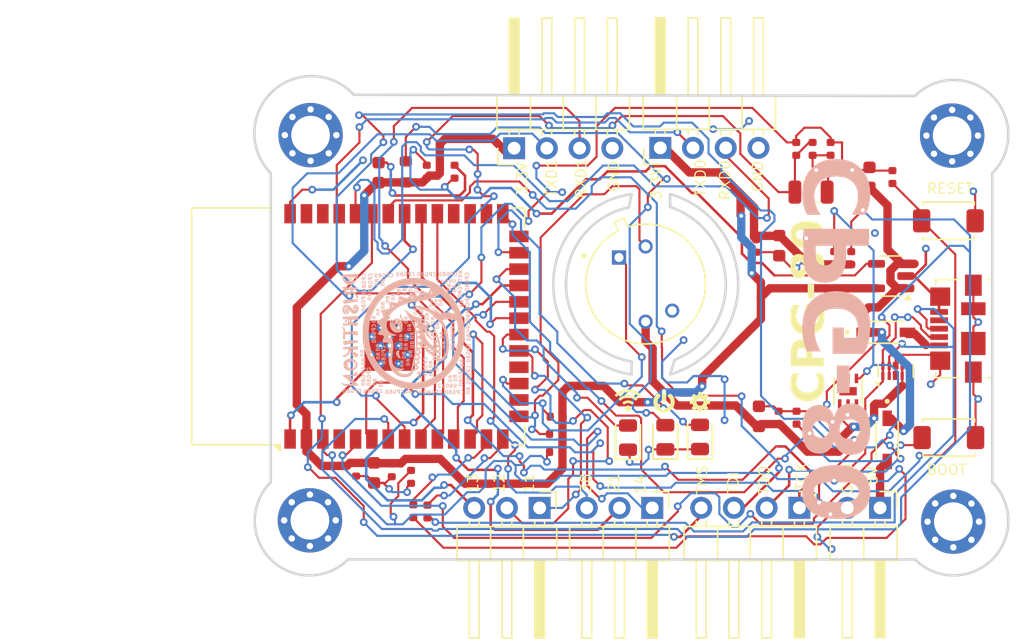
<source format=kicad_pcb>
(kicad_pcb (version 20240108) (generator "pcbnew") (generator_version "8.0")
  (title_block (title "Drishtikon") (date "v01") (comment 2 "creativecommons.org/licenses/by/4.0/") (comment 3 "Licence: CC by 4.0") (comment 4 "Author: "))
  (layers (0 "F.Cu" signal) (1 "In1.Cu" signal) (2 "In2.Cu" signal) (31 "B.Cu" signal) (34 "B.Paste" user) (35 "F.Paste" user) (36 "B.SilkS" user "B.Silkscreen") (37 "F.SilkS" user "F.Silkscreen") (38 "B.Mask" user) (39 "F.Mask" user) (44 "Edge.Cuts" user))
  (net 0 "")
  (net 1 "GND")
  (net 2 "/MLX_SDA")
  (net 3 "/MLX_SCL")
  (net 4 "/ENA")
  (net 13 "/USB_D-")
  (net 15 "/OPT_INT")
  (net 16 "/OPT_SCL")
  (net 17 "/OPT_SDA")
  (net 19 "/USB_D+")
  (net 20 "/X1")
  (net 21 "/X2")
  (net 22 "Net-(J5-D-)")
  (net 23 "Net-(J5-D+)")
  (net 25 "/BOOT")
  (net 26 "/VDD_5V")
  (net 29 "Net-(U4-FB)")
  (net 30 "/VDD_3.3V")
  (net 31 "/TXD1")
  (net 32 "/RXD1")
  (net 33 "/IO11")
  (net 34 "/IO13")
  (net 35 "/IO12")
  (net 36 "/IO14")
  (net 37 "/IO38")
  (net 38 "/IO21")
  (net 39 "Net-(U1-IO47)")
  (net 40 "Net-(U1-IO48)")
  (net 41 "Net-(J5-VBUS)")
  (net 42 "Net-(D7-Pad2)")
  (net 43 "unconnected-(U1-IO10-Pad18)")
  (net 80 "/TXD0")
  (net 81 "/RXD0")
  (net 82 "/TDO")
  (net 83 "/TMS")
  (net 84 "/TCK")
  (net 85 "/TDI")
  (net 86 "/5V")
  (footprint "PCM_JLCPCB:C_0402" (layer "F.Cu") (at 230.25025 136.8354 90)
    (property "Reference" "C12" (hide yes))
    (property "Value" "100nF" (hide yes))
  )
  (footprint "PCM_JLCPCB:C_0402" (layer "F.Cu") (at 232.89185 115.9566 90)
    (property "Reference" "C10" (hide yes))
    (property "Value" "12pF" (hide yes))
  )
  (footprint "PCM_JLCPCB:R_0402" (layer "F.Cu") (at 211.63205 136.7592 180)
    (property "Reference" "R1" (hide yes))
    (property "Value" "1kΩ" (hide yes))
  )
  (footprint "Package_TO_SOT_SMD:SOT-23-5" (layer "F.Cu") (at 237.59085 125.8372 180)
    (property "Reference" "U4" (hide yes))
    (property "Value" "TLV75801PDBV" (hide yes))
  )
  (footprint "PCM_JLCPCB:SW_TS-1088-AR02016" (layer "F.Cu") (at 242.06905 138.3848 180)
    (property "Reference" "S1" (hide yes))
    (property "Value" "Tactile Button, 160gf" (hide yes))
  )
  (footprint "PCM_JLCPCB:R_0402" (layer "F.Cu") (at 201.549 117.729 90)
    (property "Reference" "R2" (hide yes))
    (property "Value" "1MΩ" (hide yes))
  )
  (footprint "PCM_JLCPCB:Hole, 3mm" (layer "F.Cu") (at 242.32765 114.9282 90)
    (property "Reference" "H26" (hide yes))
    (property "Value" "~" (hide yes))
  )
  (footprint "1N5819HW_7_F:SOD3715X145N" (layer "F.Cu") (at 237.18085 130.206)
    (property "Reference" "D4" (hide yes))
    (property "Value" "1N5819HW-7-F" (hide yes))
  )
  (footprint "logo_kicad:tester" (layer "F.Cu") (at 222.758 135.636)
    (property "Reference" "G***" (hide yes))
    (property "Value" "LOGO" (hide yes))
  )
  (footprint "PCM_JLCPCB:C_0603" (layer "F.Cu") (at 227.32925 136.7344 90)
    (property "Reference" "C11" (hide yes))
    (property "Value" "10uF" (hide yes))
  )
  (footprint "PCM_JLCPCB:R_0402" (layer "F.Cu") (at 211.58125 138.1054 180)
    (property "Reference" "R10" (hide yes))
    (property "Value" "1kΩ" (hide yes))
  )
  (footprint "PCM_JLCPCB:C_0402" (layer "F.Cu") (at 237.69245 118.1478 90)
    (property "Reference" "C3" (hide yes))
    (property "Value" "100nF" (hide yes))
  )
  (footprint "RF_Module:ESP32-S3-WROOM-1" (layer "F.Cu") (at 196.20145 129.7449 90)
    (property "Reference" "U1" (hide yes))
    (property "Value" "ESP32-S3-WROOM-1" (hide yes))
  )
  (footprint "PCM_JLCPCB:Hole, 3mm" (layer "F.Cu") (at 192.53125 114.8898 90)
    (property "Reference" "H32" (hide yes))
    (property "Value" "~" (hide yes))
  )
  (footprint "PCM_JLCPCB:D_0805" (layer "F.Cu") (at 217.16925 138.3846 90)
    (property "Reference" "D3" (hide yes))
    (property "Value" "Yellow" (hide yes))
  )
  (footprint "PCM_JLCPCB:C_0402" (layer "F.Cu") (at 200.32905 141.4328 90)
    (property "Reference" "C2" (hide yes))
    (property "Value" "1pF" (hide yes))
  )
  (footprint "PCM_JLCPCB:R_0402" (layer "F.Cu") (at 201.59905 144.1252 90)
    (property "Reference" "R4" (hide yes))
    (property "Value" "22Ω" (hide yes))
  )
  (footprint "PCM_JLCPCB:R_0402" (layer "F.Cu") (at 230.22485 115.9566 90)
    (property "Reference" "R17" (hide yes))
    (property "Value" "75kΩ" (hide yes))
  )
  (footprint "PCM_JLCPCB:C_0603" (layer "F.Cu") (at 235.91445 118.1738 90)
    (property "Reference" "C5" (hide yes))
    (property "Value" "10uF" (hide yes))
  )
  (footprint "PCM_JLCPCB:SW_TS-1088-AR02016" (layer "F.Cu") (at 242.03585 121.5446)
    (property "Reference" "S2" (hide yes))
    (property "Value" "Tactile Button, 160gf" (hide yes))
  )
  (footprint "PCM_JLCPCB:C_0402" (layer "F.Cu") (at 227.12605 123.483 -90)
    (property "Reference" "C15" (hide yes))
    (property "Value" "100nF" (hide yes))
  )
  (footprint "PCM_JLCPCB:FC-135R_L3.2-W1.5" (layer "F.Cu") (at 231.37325 119.3174)
    (property "Reference" "X3" (hide yes))
    (property "Value" "Q13FC1350000400" (hide yes))
  )
  (footprint "PCM_JLCPCB:Hole, 3mm" (layer "F.Cu") (at 192.48045 144.811 90)
    (property "Reference" "H17" (hide yes))
    (property "Value" "~" (hide yes))
  )
  (footprint "logo_kicad:wifi" (layer "F.Cu") (at 217.17 135.509)
    (property "Reference" "G***" (hide yes))
    (property "Value" "LOGO" (hide yes))
  )
  (footprint "OPT3001DNPRQ1:SON65P200X200X65-7N" (layer "F.Cu") (at 234.24845 134.7824 90)
    (property "Reference" "U2" (hide yes))
    (property "Value" "OPT3001DNPRQ1" (hide yes))
  )
  (footprint "Connector_PinHeader_2.54mm:PinHeader_1x04_P2.54mm_Horizontal" (layer "F.Cu") (at 219.67345 115.8804 90)
    (property "Reference" "J1" (hide yes))
    (property "Value" "Conn_01x04_Pin" (hide yes))
  )
  (footprint "PCM_JLCPCB:R_0402" (layer "F.Cu") (at 234.49205 124.4402 90)
    (property "Reference" "R5" (hide yes))
    (property "Value" "2.2kΩ" (hide yes))
  )
  (footprint "Connector_PinHeader_2.54mm:PinHeader_1x03_P2.54mm_Horizontal" (layer "F.Cu") (at 219.04885 143.8458 -90)
    (property "Reference" "J20" (hide yes))
    (property "Value" "Conn_01x03_Pin" (hide yes))
  )
  (footprint "Connector_PinHeader_2.54mm:PinHeader_1x04_P2.54mm_Horizontal" (layer "F.Cu") (at 208.33005 115.9058 90)
    (property "Reference" "J18" (hide yes))
    (property "Value" "Conn_01x04_Pin" (hide yes))
  )
  (footprint "PCM_JLCPCB:R_0402" (layer "F.Cu") (at 200.50685 144.0998 90)
    (property "Reference" "R18" (hide yes))
    (property "Value" "22Ω" (hide yes))
  )
  (footprint "logo_kicad:pwr" (layer "F.Cu") (at 219.964 135.509)
    (property "Reference" "G***" (hide yes))
    (property "Value" "LOGO" (hide yes))
  )
  (footprint "1N5819HW_7_F:SOD3715X145N" (layer "F.Cu") (at 237.28605 138.5626 -90)
    (property "Reference" "D8" (hide yes))
    (property "Value" "1N5819HW-7-F" (hide yes))
  )
  (footprint "Package_DFN_QFN:Diodes_UDFN-10_1.0x2.5mm_P0.5mm" (layer "F.Cu") (at 237.94645 133.2088 90)
    (property "Reference" "U3" (hide yes))
    (property "Value" "D3V3XA4B10LP" (hide yes))
  )
  (footprint "MLX90640ESF_BAA_000_TU:TO292P930H600-4" (layer "F.Cu") (at 218.53425 126.45925)
    (property "Reference" "A1" (hide yes))
    (property "Value" "MLX90640ESF-BAA-000-TU" (hide yes))
  )
  (footprint "PCM_JLCPCB:R_0402" (layer "F.Cu") (at 211.58125 139.5024 180)
    (property "Reference" "R16" (hide yes))
    (property "Value" "10kΩ" (hide yes))
  )
  (footprint "PCM_JLCPCB:D_0805" (layer "F.Cu") (at 222.75725 138.3342 90)
    (property "Reference" "D6" (hide yes))
    (property "Value" "White" (hide yes))
  )
  (footprint "PCM_JLCPCB:Hole, 3mm" (layer "F.Cu") (at 242.41685 144.9126 90)
    (property "Reference" "H29" (hide yes))
    (property "Value" "~" (hide yes))
  )
  (footprint "PCM_JLCPCB:D_0805" (layer "F.Cu") (at 220.06485 138.3594 90)
    (property "Reference" "D7" (hide yes))
    (property "Value" "Green" (hide yes))
  )
  (footprint "PCM_JLCPCB:C_0603" (layer "F.Cu") (at 228.90405 123.475 -90)
    (property "Reference" "C1" (hide yes))
    (property "Value" "10uF" (hide yes))
  )
  (footprint "Connector_PinHeader_2.54mm:PinHeader_1x03_P2.54mm_Horizontal" (layer "F.Cu") (at 210.31125 143.8458 -90)
    (property "Reference" "J19" (hide yes))
    (property "Value" "Conn_01x03_Pin" (hide yes))
  )
  (footprint "Connector_PinHeader_2.54mm:PinHeader_1x04_P2.54mm_Horizontal" (layer "F.Cu") (at 230.46885 143.8396 -90)
    (property "Reference" "J2" (hide yes))
    (property "Value" "Conn_01x04_Pin" (hide yes))
  )
  (footprint "Connector_USB:USB_Micro-B_Molex_47346-0001" (layer "F.Cu") (at 242.77245 129.9234 90)
    (property "Reference" "J5" (hide yes))
    (property "Value" "USB_B_Micro" (hide yes))
  )
  (footprint "PCM_JLCPCB:R_0402" (layer "F.Cu") (at 233.17125 124.4322 90)
    (property "Reference" "R6" (hide yes))
    (property "Value" "2.2kΩ" (hide yes))
  )
  (footprint "PCM_JLCPCB:C_0603" (layer "F.Cu") (at 197.81445 117.8034 90)
    (property "Reference" "C6" (hide yes))
    (property "Value" "10uF" (hide yes))
  )
  (footprint "PCM_JLCPCB:C_0402" (layer "F.Cu") (at 198.83045 140.9248 -90)
    (property "Reference" "C14" (hide yes))
    (property "Value" "100nF" (hide yes))
  )
  (footprint "PCM_JLCPCB:R_0402" (layer "F.Cu") (at 203.708 117.729 90)
    (property "Reference" "R12" (hide yes))
    (property "Value" "200kΩ" (hide yes))
  )
  (footprint "PCM_JLCPCB:R_0603" (layer "F.Cu") (at 199.92265 117.7418 90)
    (property "Reference" "R3" (hide yes))
    (property "Value" "47Ω" (hide yes))
  )
  (footprint "PCM_JLCPCB:R_0402" (layer "F.Cu") (at 234.23805 139.2738)
    (property "Reference" "R20" (hide yes))
    (property "Value" "2.2kΩ" (hide yes))
  )
  (footprint "PCM_JLCPCB:C_0402" (layer "F.Cu") (at 231.49485 115.9566 90)
    (property "Reference" "C7" (hide yes))
    (property "Value" "12pF" (hide yes))
  )
  (footprint "PCM_JLCPCB:C_0402" (layer "F.Cu") (at 196.06185 140.874 -90)
    (property "Reference" "C9" (hide yes))
    (property "Value" "100nF" (hide yes))
  )
  (footprint "PCM_JLCPCB:C_0402" (layer "F.Cu") (at 228.85325 136.8354 90)
    (property "Reference" "C4" (hide yes))
    (property "Value" "100nF" (hide yes))
  )
  (footprint "Connector_PinHeader_2.54mm:PinHeader_1x02_P2.54mm_Horizontal" (layer "F.Cu") (at 236.73225 143.8396 -90)
    (property "Reference" "J6" (hide yes))
    (property "Value" "Conn_01x02_Pin" (hide yes))
  )
  (footprint "PCM_JLCPCB:C_0603" (layer "F.Cu") (at 197.45885 141.128 -90)
    (property "Reference" "C8" (hide yes))
    (property "Value" "22uF" (hide yes))
  )
  (footprint "LOGO" (layer "B.Cu") (at 200.025 130.302 -90)
    (property "Reference" "G***" (hide yes))
    (property "Value" "LOGO" (hide yes))
  )
  (gr_arc (start 195.44095 147.8449) (mid 189.44095 147.8449) (end 189.44095 141.8449) (stroke (width 0.2)) (layer "Edge.Cuts"))
  (gr_arc (start 220.43925 120.4722) (mid 224.761076 126.286424) (end 220.788131 132.344402) (stroke (width 0.2)) (layer "Edge.Cuts"))
  (gr_line (start 220.788131 132.344402) (end 220.43925 133.472199) (stroke (width 0.2)) (layer "Edge.Cuts"))
  (gr_arc (start 217.43925 133.472199) (mid 211.368183 126.4722) (end 217.43925 119.472201) (stroke (width 0.2)) (layer "Edge.Cuts"))
  (gr_line (start 195.44095 147.8449) (end 239.44095 147.8449) (stroke (width 0.2)) (layer "Edge.Cuts"))
  (gr_arc (start 220.43925 119.472201) (mid 225.719359 126.4722) (end 220.43925 133.472199) (stroke (width 0.2)) (layer "Edge.Cuts"))
  (gr_line (start 189.44095 141.8449) (end 189.44095 117.8449) (stroke (width 0.2)) (layer "Edge.Cuts"))
  (gr_line (start 220.43925 119.472201) (end 220.43925 120.4722) (stroke (width 0.2)) (layer "Edge.Cuts"))
  (gr_arc (start 239.44095 111.8449) (mid 245.44095 111.8449) (end 245.44095 117.8449) (stroke (width 0.2)) (layer "Edge.Cuts"))
  (gr_line (start 217.43925 133.472199) (end 217.43925 132.472199) (stroke (width 0.2)) (layer "Edge.Cuts"))
  (gr_line (start 195.882668 111.753682) (end 239.44095 111.8449) (stroke (width 0.2)) (layer "Edge.Cuts"))
  (gr_arc (start 217.43925 132.472199) (mid 212.357279 126.570271) (end 217.246322 120.507561) (stroke (width 0.2)) (layer "Edge.Cuts"))
  (gr_arc (start 189.44095 117.8449) (mid 189.557767 111.516583) (end 195.882668 111.753682) (stroke (width 0.2)) (layer "Edge.Cuts"))
  (gr_arc (start 245.44095 141.8449) (mid 245.44095 147.8449) (end 239.44095 147.8449) (stroke (width 0.2)) (layer "Edge.Cuts"))
  (gr_line (start 217.246322 120.507561) (end 217.43925 119.472201) (stroke (width 0.2)) (layer "Edge.Cuts"))
  (gr_line (start 245.44095 141.8449) (end 245.44095 117.8449) (stroke (width 0.2)) (layer "Edge.Cuts"))
  (gr_text "	CPG-80" (at 236.728 104.394 90) (layer "B.SilkS") (effects (font (size 5 5) (thickness 0.2) (bold yes)) (justify left bottom mirror)))
  (gr_text "TMS" (at 223.393 142.875 90) (layer "F.SilkS") (effects (font (size 0.8 0.8) (thickness 0.1)) (justify left bottom)))
  (gr_text "	CPG-80" (at 232.791 141.732 90) (layer "F.SilkS") (effects (font (size 2.5 2.5) (thickness 0.2) (bold yes)) (justify left bottom)))
  (gr_text "RESET\n" (at 240.284 119.507 0) (layer "F.SilkS") (effects (font (size 0.8 0.8) (thickness 0.1)) (justify left bottom)))
  (gr_text "TXD0" (at 223.266 119.761 90) (layer "F.SilkS") (effects (font (size 0.8 0.8) (thickness 0.1)) (justify left bottom)))
  (gr_text "21" (at 216.535 142.748 90) (layer "F.SilkS") (effects (font (size 0.8 0.8) (thickness 0.1)) (justify left bottom)))
  (gr_text "TDO" (at 228.219 142.875 90) (layer "F.SilkS") (effects (font (size 0.8 0.8) (thickness 0.1)) (justify left bottom)))
  (gr_text "RXD0\n" (at 225.171 120.015 90) (layer "F.SilkS") (effects (font (size 0.8 0.8) (thickness 0.1)) (justify left bottom)))
  (gr_text "3.3V" (at 219.837 120.015 90) (layer "F.SilkS") (effects (font (size 0.8 0.8) (thickness 0.1)) (justify left bottom)))
  (gr_text "TXD1" (at 211.709 119.761 90) (layer "F.SilkS") (effects (font (size 0.8 0.8) (thickness 0.1)) (justify left bottom)))
  (gr_text "14" (at 218.567 142.875 90) (layer "F.SilkS") (effects (font (size 0.8 0.8) (thickness 0.1)) (justify left bottom)))
  (gr_text "13" (at 205.613 142.748 90) (layer "F.SilkS") (effects (font (size 0.8 0.8) (thickness 0.1)) (justify left bottom)))
  (gr_text "5V" (at 236.601 142.113 90) (layer "F.SilkS") (effects (font (size 0.8 0.8) (thickness 0.1)) (justify left bottom)))
  (gr_text "12" (at 207.645 142.748 90) (layer "F.SilkS") (effects (font (size 0.8 0.8) (thickness 0.1)) (justify left bottom)))
  (gr_text "GND" (at 234.696 142.875 90) (layer "F.SilkS") (effects (font (size 0.8 0.8) (thickness 0.1)) (justify left bottom)))
  (gr_text "BOOT\n" (at 240.284 141.351 0) (layer "F.SilkS") (effects (font (size 0.8 0.8) (thickness 0.1)) (justify left bottom)))
  (gr_text "GND" (at 216.535 119.38 90) (layer "F.SilkS") (effects (font (size 0.8 0.8) (thickness 0.1)) (justify left bottom)))
  (gr_text "38" (at 214.376 142.748 90) (layer "F.SilkS") (effects (font (size 0.8 0.8) (thickness 0.1)) (justify left bottom)))
  (gr_text "RXD1" (at 213.995 119.888 90) (layer "F.SilkS") (effects (font (size 0.8 0.8) (thickness 0.1)) (justify left bottom)))
  (gr_text "TCK" (at 231.10385 142.5696 90) (layer "F.SilkS") (effects (font (size 0.8 0.8) (thickness 0.1)) (justify left bottom)))
  (gr_text "TDI" (at 225.806 142.875 90) (layer "F.SilkS") (effects (font (size 0.8 0.8) (thickness 0.1)) (justify left bottom)))
  (gr_text "GND" (at 227.711 119.38 90) (layer "F.SilkS") (effects (font (size 0.8 0.8) (thickness 0.1)) (justify left bottom)))
  (gr_text "3.3V" (at 209.423 119.634 90) (layer "F.SilkS") (effects (font (size 0.8 0.8) (thickness 0.1)) (justify left bottom)))
  (gr_text "11" (at 209.931 142.748 90) (layer "F.SilkS") (effects (font (size 0.8 0.8) (thickness 0.1)) (justify left bottom)))
  (segment (start 241.31245 127.758801) (end 239.390849 125.8372) (width 0.2) (layer "F.Cu") (net 1))
  (segment (start 240.284 124.944049) (end 240.284 123.698) (width 0.2) (layer "F.Cu") (net 1))
  (segment (start 244.14405 138.3848) (end 244.14405 135.58595) (width 0.165817) (layer "F.Cu") (net 1))
  (segment (start 237.94645 133.5588) (end 237.94645 132.317982) (width 0.165817) (layer "F.Cu") (net 1))
  (segment (start 204.112302 119.579082) (end 204.519433 119.171951) (width 0.2) (layer "F.Cu") (net 1))
  (segment (start 198.882 119.386794) (end 199.074288 119.579082) (width 0.2) (layer "F.Cu") (net 1))
  (segment (start 218.788508 139.2994) (end 220.06485 139.2994) (width 0.165817) (layer "F.Cu") (net 1))
  (segment (start 217.297 139.45235) (end 217.16925 139.3246) (width 0.165817) (layer "F.Cu") (net 1))
  (segment (start 241.31245 128.6234) (end 241.31245 127.758801) (width 0.2) (layer "F.Cu") (net 1))
  (segment (start 241.39745 132.4109) (end 241.39745 133.50655) (width 0.165817) (layer "F.Cu") (net 1))
  (segment (start 227.12605 123.983) (end 228.63205 123.983) (width 0.165817) (layer "F.Cu") (net 1))
  (segment (start 196.92485 141.374) (end 197.45885 141.908) (width 0.165817) (layer "F.Cu") (net 1))
  (segment (start 240.93955 131.953) (end 241.39745 132.4109) (width 0.165817) (layer "F.Cu") (net 1))
  (segment (start 231.86085 145.35645) (end 232.87685 144.34045) (width 0.165817) (layer "F.Cu") (net 1))
  (segment (start 220.06485 139.2994) (end 222.73205 139.2994) (width 0.165817) (layer "F.Cu") (net 1))
  (segment (start 238.311432 131.953) (end 240.93955 131.953) (width 0.165817) (layer "F.Cu") (net 1))
  (segment (start 196.06185 141.374) (end 196.92485 141.374) (width 0.165817) (layer "F.Cu") (net 1))
  (segment (start 229.852542 125.203492) (end 228.90405 124.255) (width 0.165817) (layer "F.Cu") (net 1))
  (segment (start 200.025 142.621) (end 200.025 142.23685) (width 0.165817) (layer "F.Cu") (net 1))
  (segment (start 244.14405 135.58595) (end 244.348 135.382) (width 0.165817) (layer "F.Cu") (net 1))
  (segment (start 243.97245 129.03745) (end 244.348 129.413) (width 0.165817) (layer "F.Cu") (net 1))
  (segment (start 222.73205 139.2994) (end 222.75725 139.2742) (width 0.165817) (layer "F.Cu") (net 1))
  (segment (start 238.72835 125.8372) (end 239.390849 125.8372) (width 0.2) (layer "F.Cu") (net 1))
  (segment (start 198.4304 117.0234) (end 198.755 117.348) (width 0.2) (layer "F.Cu") (net 1))
  (segment (start 204.519433 118.040433) (end 203.708 117.229) (width 0.2) (layer "F.Cu") (net 1))
  (segment (start 190.94145 136.71855) (end 190.94145 138.4949) (width 0.2) (layer "F.Cu") (net 1))
  (segment (start 231.49485 116.4566) (end 232.89185 116.4566) (width 0.165817) (layer "F.Cu") (net 1))
  (segment (start 243.97245 133.2984) (end 243.97245 135.00645) (width 0.165817) (layer "F.Cu") (net 1))
  (segment (start 237.69245 117.6478) (end 236.16845 117.6478) (width 0.165817) (layer "F.Cu") (net 1))
  (segment (start 244.11085 121.5446) (end 244.11085 119.39685) (width 0.165817) (layer "F.Cu") (net 1))
  (segment (start 198.628 142.367) (end 198.169 141.908) (width 0.165817) (layer "F.Cu") (net 1))
  (segment (start 227.32925 135.9544) (end 228.47225 135.9544) (width 0.165817) (layer "F.Cu") (net 1))
  (segment (start 234.219179 136.620821) (end 234.24845 136.59155) (width 0.165817) (layer "F.Cu") (net 1))
  (segment (start 237.94645 132.317982) (end 238.311432 131.953) (width 0.165817) (layer "F.Cu") (net 1))
  (segment (start 198.66145 131.2449) (end 198.66145 130.5449) (width 0.2) (layer "F.Cu") (net 1))
  (segment (start 244.11085 119.39685) (end 243.967 119.253) (width 0.165817) (layer "F.Cu") (net 1))
  (segment (start 194.564 135.636) (end 194.564 135.34235) (width 0.2) (layer "F.Cu") (net 1))
  (segment (start 190.94145 120.079083) (end 191.894533 119.126) (width 0.165817) (layer "F.Cu") (net 1))
  (segment (start 197.45885 141.908) (end 198.34725 141.908) (width 0.165817) (layer "F.Cu") (net 1))
  (segment (start 243.97245 128.3734) (end 243.97245 129.03745) (width 0.165817) (layer "F.Cu") (net 1))
  (segment (start 230.25025 136.3354) (end 232.2204 136.3354) (width 0.165817) (layer "F.Cu") (net 1))
  (segment (start 228.63205 123.983) (end 228.90405 124.255) (width 0.165817) (layer "F.Cu") (net 1))
  (segment (start 231.49485 116.4566) (end 231.49485 117.32185) (width 0.165817) (layer "F.Cu") (net 1))
  (segment (start 241.39745 133.50655) (end 240.665 134.239) (width 0.165817) (layer "F.Cu") (net 1))
  (segment (start 190.94145 120.9949) (end 190.94145 120.079083) (width 0.165817) (layer "F.Cu") (net 1))
  (segment (start 194.564 135.34235) (end 198.66145 131.2449) (width 0.2) (layer "F.Cu") (net 1))
  (segment (start 231.49485 117.32185) (end 231.775 117.602) (width 0.165817) (layer "F.Cu") (net 1))
  (segment (start 204.519433 119.171951) (end 204.519433 118.040433) (width 0.2) (layer "F.Cu") (net 1))
  (segment (start 197.81445 117.0234) (end 198.4304 117.0234) (width 0.2) (layer "F.Cu") (net 1))
  (segment (start 228.47225 135.9544) (end 228.85325 136.3354) (width 0.165817) (layer "F.Cu") (net 1))
  (segment (start 191.894533 119.126) (end 192.659 119.126) (width 0.165817) (layer "F.Cu") (net 1))
  (segment (start 218.768908 139.319) (end 218.788508 139.2994) (width 0.165817) (layer "F.Cu") (net 1))
  (segment (start 243.97245 129.78855) (end 244.348 129.413) (width 0.165817) (layer "F.Cu") (net 1))
  (segment (start 198.169 141.908) (end 197.45885 141.908) (width 0.165817) (layer "F.Cu") (net 1))
  (segment (start 200.025 142.23685) (end 200.32905 141.9328) (width 0.165817) (layer "F.Cu") (net 1))
  (segment (start 231.86085 146.091758) (end 231.86085 145.35645) (width 0.165817) (layer "F.Cu") (net 1))
  (segment (start 243.97245 131.0734) (end 243.97245 129.78855) (width 0.165817) (layer "F.Cu") (net 1))
  (segment (start 234.569 117.602) (end 235.70625 117.602) (width 0.165817) (layer "F.Cu") (net 1))
  (segment (start 236.16845 117.6478) (end 235.91445 117.3938) (width 0.165817) (layer "F.Cu") (net 1))
  (segment (start 239.390849 125.8372) (end 240.284 124.944049) (width 0.2) (layer "F.Cu") (net 1))
  (segment (start 243.97245 126.5484) (end 243.97245 128.3734) (width 0.165817) (layer "F.Cu") (net 1))
  (segment (start 243.97245 135.00645) (end 244.348 135.382) (width 0.165817) (layer "F.Cu") (net 1))
  (segment (start 234.24845 136.59155) (end 234.24845 135.7774) (width 0.165817) (layer "F.Cu") (net 1))
  (segment (start 217.297 140.283049) (end 217.297 139.45235) (width 0.165817) (layer "F.Cu") (net 1))
  (segment (start 199.074288 119.579082) (end 204.112302 119.579082) (width 0.2) (layer "F.Cu") (net 1))
  (segment (start 191.008 136.652) (end 190.94145 136.71855) (width 0.2) (layer "F.Cu") (net 1))
  (segment (start 232.2204 136.3354) (end 233.045 137.16) (width 0.165817) (layer "F.Cu") (net 1))
  (segment (start 235.70625 117.602) (end 235.91445 117.3938) (width 0.165817) (layer "F.Cu") (net 1))
  (segment (start 198.34725 141.908) (end 198.83045 141.4248) (width 0.165817) (layer "F.Cu") (net 1))
  (segment (start 230.251 125.203492) (end 229.852542 125.203492) (width 0.165817) (layer "F.Cu") (net 1))
  (segment (start 230.25025 136.3354) (end 228.85325 136.3354) (width 0.165817) (layer "F.Cu") (net 1))
  (via (at 230.251 125.203492) (size 0.6) (drill 0.3) (layers "F.Cu" "B.Cu") (net 1))
  (via (at 200.025 142.621) (size 0.6) (drill 0.3) (layers "F.Cu" "B.Cu") (net 1))
  (via (at 232.97845 147.0449) (size 0.6) (drill 0.3) (layers "F.Cu" "B.Cu") (net 1))
  (via (at 244.348 135.382) (size 0.6) (drill 0.3) (layers "F.Cu" "B.Cu") (net 1))
  (via (at 192.659 119.126) (size 0.6) (drill 0.3) (layers "F.Cu" "B.Cu") (net 1))
  (via (at 244.348 129.413) (size 0.6) (drill 0.3) (layers "F.Cu" "B.Cu") (net 1))
  (via (at 236.33125 122.49645) (size 0.6) (drill 0.3) (layers "F.Cu" "B.Cu") (net 1))
  (via (at 243.967 119.253) (size 0.6) (drill 0.3) (layers "F.Cu" "B.Cu") (net 1))
  (via (at 194.564 135.636) (size 0.6) (drill 0.3) (layers "F.Cu" "B.Cu") (net 1))
  (via (at 218.768908 139.319) (size 0.6) (drill 0.3) (layers "F.Cu" "B.Cu") (net 1))
  (via (at 196.596 116.84) (size 0.6) (drill 0.3) (layers "F.Cu" "B.Cu") (net 1))
  (via (at 224.663 133.858) (size 0.6) (drill 0.3) (layers "F.Cu" "B.Cu") (net 1))
  (via (at 240.284 123.698) (size 0.6) (drill 0.3) (layers "F.Cu" "B.Cu") (net 1))
  (via (at 226.568 113.792) (size 0.6) (drill 0.3) (layers "F.Cu" "B.Cu") (net 1))
  (via (at 217.297 140.283049) (size 0.6) (drill 0.3) (layers "F.Cu" "B.Cu") (net 1))
  (via (at 240.665 134.239) (size 0.6) (drill 0.3) (layers "F.Cu" "B.Cu") (net 1))
  (via (at 198.882 119.386794) (size 0.6) (drill 0.3) (layers "F.Cu" "B.Cu") (net 1))
  (via (at 198.66145 131.2449) (size 0.6) (drill 0.3) (layers "F.Cu" "B.Cu") (net 1))
  (via (at 233.045 137.16) (size 0.6) (drill 0.3) (layers "F.Cu" "B.Cu") (net 1))
  (via (at 191.008 136.652) (size 0.6) (drill 0.3) (layers "F.Cu" "B.Cu") (net 1))
  (via (at 198.628 142.367) (size 0.6) (drill 0.3) (layers "F.Cu" "B.Cu") (net 1))
  (via (at 230.99725 122.90285) (size 0.5) (drill 0.3) (layers "F.Cu" "B.Cu") (net 1))
  (via (at 234.569 117.602) (size 0.6) (drill 0.3) (layers "F.Cu" "B.Cu") (net 1))
  (via (at 231.86085 146.091758) (size 0.6) (drill 0.3) (layers "F.Cu" "B.Cu") (net 1))
  (via (at 224.663 137.033) (size 0.6) (drill 0.3) (layers "F.Cu" "B.Cu") (net 1))
  (via (at 232.87685 144.34045) (size 0.6) (drill 0.3) (layers "F.Cu" "B.Cu") (net 1))
  (via (at 231.775 117.602) (size 0.6) (drill 0.3) (layers "F.Cu" "B.Cu") (net 1))
  (via (at 223.774 114.427) (size 0.6) (drill 0.3) (layers "F.Cu" "B.Cu") (net 1))
  (via (at 221.488 130.81) (size 0.6) (drill 0.3) (layers "F.Cu" "B.Cu") (net 1))
  (via (at 198.755 117.348) (size 0.6) (drill 0.3) (layers "F.Cu" "B.Cu") (net 1))
  (via (at 234.219179 136.620821) (size 0.6) (drill 0.3) (layers "F.Cu" "B.Cu") (net 1))
  (segment (start 231.86085 146.091758) (end 232.813992 147.0449) (width 0.165817) (layer "B.Cu") (net 1))
  (segment (start 191.008 136.652) (end 192.024 135.636) (width 0.2) (layer "B.Cu") (net 1))
  (segment (start 218.768908 139.319) (end 218.768908 140.006092) (width 0.165817) (layer "B.Cu") (net 1))
  (segment (start 234.219179 136.620821) (end 233.68 137.16) (width 0.165817) (layer "B.Cu") (net 1))
  (segment (start 220.179102 134.100498) (end 221.753502 134.100498) (width 0.165817) (layer "B.Cu") (net 1))
  (segment (start 218.313 140.462) (end 217.475951 140.462) (width 0.165817) (layer "B.Cu") (net 1))
  (segment (start 224.663 133.858) (end 224.663 137.033) (width 0.165817) (layer "B.Cu") (net 1))
  (segment (start 217.475951 140.462) (end 217.297 140.283049) (width 0.165817) (layer "B.Cu") (net 1))
  (segment (start 232.813992 147.0449) (end 232.97845 147.0449) (width 0.165817) (layer "B.Cu") (net 1))
  (segment (start 198.755 119.259794) (end 198.882 119.386794) (width 0.2) (layer "B.Cu") (net 1))
  (segment (start 221.488 130.81) (end 219.811023 132.486977) (width 0.165817) (layer "B.Cu") (net 1))
  (segment (start 194.31 119.126) (end 192.659 119.126) (width 0.2) (layer "B.Cu") (net 1))
  (segment (start 219.811023 133.732419) (end 220.179102 134.100498) (width 0.165817) (layer "B.Cu") (net 1))
  (segment (start 192.024 135.636) (end 194.564 135.636) (width 0.2) (layer "B.Cu") (net 1))
  (segment (start 218.768908 140.006092) (end 218.313 140.462) (width 0.165817) (layer "B.Cu") (net 1))
  (segment (start 230.99725 124.457242) (end 230.99725 122.90285) (width 0.165817) (layer "B.Cu") (net 1))
  (segment (start 198.755 117.348) (end 198.755 119.259794) (width 0.2) (layer "B.Cu") (net 1))
  (segment (start 219.811023 132.486977) (end 219.811023 133.732419) (width 0.165817) (layer "B.Cu") (net 1))
  (segment (start 198.882 142.621) (end 200.025 142.621) (width 0.165817) (layer "B.Cu") (net 1))
  (segment (start 196.596 116.84) (end 194.31 119.126) (width 0.2) (layer "B.Cu") (net 1))
  (segment (start 224.409 133.604) (end 224.663 133.858) (width 0.165817) (layer "B.Cu") (net 1))
  (segment (start 233.68 137.16) (end 233.045 137.16) (width 0.165817) (layer "B.Cu") (net 1))
  (segment (start 222.25 133.604) (end 224.409 133.604) (width 0.165817) (layer "B.Cu") (net 1))
  (segment (start 230.251 125.203492) (end 230.99725 124.457242) (width 0.165817) (layer "B.Cu") (net 1))
  (segment (start 221.753502 134.100498) (end 222.25 133.604) (width 0.165817) (layer "B.Cu") (net 1))
  (segment (start 225.933 114.427) (end 223.774 114.427) (width 0.165817) (layer "B.Cu") (net 1))
  (segment (start 198.628 142.367) (end 198.882 142.621) (width 0.165817) (layer "B.Cu") (net 1))
  (segment (start 226.568 113.792) (end 225.933 114.427) (width 0.165817) (layer "B.Cu") (net 1))
  (segment (start 217.01685 124.94185) (end 216.4695 124.3945) (width 0.165817) (layer "F.Cu") (net 2))
  (segment (start 217.01685 130.91085) (end 217.01685 124.94185) (width 0.165817) (layer "F.Cu") (net 2))
  (segment (start 207.785633 134.1899) (end 208.70145 134.1899) (width 0.165817) (layer "F.Cu") (net 2))
  (segment (start 218.23925 132.13325) (end 217.01685 130.91085) (width 0.165817) (layer "F.Cu") (net 2))
  (segment (start 210.554462 135.714745) (end 210.554462 136.181612) (width 0.165817) (layer "F.Cu") (net 2))
  (segment (start 207.46645 133.889) (end 207.484733 133.889) (width 0.165817) (layer "F.Cu") (net 2))
  (segment (start 207.484733 133.889) (end 207.785633 134.1899) (width 0.165817) (layer "F.Cu") (net 2))
  (segment (start 210.554462 136.181612) (end 211.13205 136.7592) (width 0.165817) (layer "F.Cu") (net 2))
  (via (at 218.23925 132.13325) (size 0.6) (drill 0.3) (layers "F.Cu" "B.Cu") (net 2))
  (via (at 210.554462 135.714745) (size 0.6) (drill 0.3) (layers "F.Cu" "B.Cu") (net 2))
  (via (at 207.46645 133.889) (size 0.6) (drill 0.3) (layers "F.Cu" "B.Cu") (net 2))
  (segment (start 208.809595 135.714745) (end 210.554462 135.714745) (width 0.165817) (layer "B.Cu") (net 2))
  (segment (start 218.23925 133.6572) (end 214.07045 137.826) (width 0.165817) (layer "B.Cu") (net 2))
  (segment (start 214.07045 137.826) (end 211.12405 137.826) (width 0.165817) (layer "B.Cu") (net 2))
  (segment (start 207.46645 134.3716) (end 208.809595 135.714745) (width 0.165817) (layer "B.Cu") (net 2))
  (segment (start 210.554462 137.256412) (end 210.554462 135.714745) (width 0.165817) (layer "B.Cu") (net 2))
  (segment (start 211.12405 137.826) (end 210.554462 137.256412) (width 0.165817) (layer "B.Cu") (net 2))
  (segment (start 218.23925 132.13325) (end 218.23925 133.6572) (width 0.165817) (layer "B.Cu") (net 2))
  (segment (start 207.46645 133.889) (end 207.46645 134.3716) (width 0.165817) (layer "B.Cu") (net 2))
  (segment (start 209.951452 136.6576) (end 209.951452 135.493398) (width 0.165817) (layer "F.Cu") (net 3))
  (segment (start 210.38745 122.84) (end 213.74025 119.4872) (width 0.165817) (layer "F.Cu") (net 3))
  (segment (start 218.05825 119.1062) (end 218.05825 123.06325) (width 0.165817) (layer "F.Cu") (net 3))
  (segment (start 210.313013 135.131837) (end 210.541613 135.131837) (width 0.165817) (layer "F.Cu") (net 3))
  (segment (start 211.06525 138.0894) (end 211.08125 138.1054) (width 0.165817) (layer "F.Cu") (net 3))
  (segment (start 211.763256 132.521015) (end 210.38745 131.145209) (width 0.165817) (layer "F.Cu") (net 3))
  (segment (start 210.541613 135.131837) (end 211.763256 133.910194) (width 0.165817) (layer "F.Cu") (net 3))
  (segment (start 205.448541 137.075309) (end 205.448541 137.957809) (width 0.165817) (layer "F.Cu") (net 3))
  (segment (start 205.86625 131.0696) (end 205.86625 136.6576) (width 0.165817) (layer "F.Cu") (net 3))
  (segment (start 215.960857 118.854325) (end 217.806375 118.854325) (width 0.165817) (layer "F.Cu") (net 3))
  (segment (start 209.707429 137.744021) (end 209.949871 137.744021) (width 0.165817) (layer "F.Cu") (net 3))
  (segment (start 209.951452 135.493398) (end 210.313013 135.131837) (width 0.165817) (layer "F.Cu") (net 3))
  (segment (start 215.323717 119.475865) (end 215.353382 119.4618) (width 0.165817) (layer "F.Cu") (net 3))
  (segment (start 209.949871 137.744021) (end 210.31125 138.1054) (width 0.165817) (layer "F.Cu") (net 3))
  (segment (start 205.15505 130.3584) (end 205.86625 131.0696) (width 0.165817) (layer "F.Cu") (net 3))
  (segment (start 218.05825 123.06325) (end 218.53425 123.53925) (width 0.165817) (layer "F.Cu") (net 3))
  (segment (start 210.38745 131.145209) (end 210.38745 122.84) (width 0.165817) (layer "F.Cu") (net 3))
  (segment (start 205.86625 136.6576) (end 205.448541 137.075309) (width 0.165817) (layer "F.Cu") (net 3))
  (segment (start 205.448541 137.957809) (end 204.91145 138.4949) (width 0.165817) (layer "F.Cu") (net 3))
  (segment (start 213.74025 119.4872) (end 215.299808 119.4872) (width 0.165817) (layer "F.Cu") (net 3))
  (segment (start 211.763256 133.910194) (end 211.763256 132.521015) (width 0.165817) (layer "F.Cu") (net 3))
  (segment (start 215.299808 119.4872) (end 215.323717 119.475865) (width 0.165817) (layer "F.Cu") (net 3))
  (segment (start 215.353382 119.4618) (end 215.960857 118.854325) (width 0.165817) (layer "F.Cu") (net 3))
  (segment (start 217.806375 118.854325) (end 218.05825 119.1062) (width 0.165817) (layer "F.Cu") (net 3))
  (segment (start 210.31125 138.1054) (end 211.08125 138.1054) (width 0.165817) (layer "F.Cu") (net 3))
  (via (at 209.707429 137.744021) (size 0.6) (drill 0.3) (layers "F.Cu" "B.Cu") (net 3))
  (via (at 209.951452 136.6576) (size 0.6) (drill 0.3) (layers "F.Cu" "B.Cu") (net 3))
  (via (at 205.15505 130.3584) (size 0.6) (drill 0.3) (layers "F.Cu" "B.Cu") (net 3))
  (segment (start 205.18045 133.0254) (end 208.96505 136.81) (width 0.165817) (layer "B.Cu") (net 3))
  (segment (start 208.96505 136.81) (end 209.799052 136.81) (width 0.165817) (layer "B.Cu") (net 3))
  (segment (start 205.15505 130.3584) (end 205.18045 130.3838) (width 0.165817) (layer "B.Cu") (net 3))
  (segment (start 209.951452 137.499998) (end 209.707429 137.744021) (width 0.165817) (layer "B.Cu") (net 3))
  (segment (start 209.799052 136.81) (end 209.951452 136.6576) (width 0.165817) (layer "B.Cu") (net 3))
  (segment (start 205.18045 130.3838) (end 205.18045 133.0254) (width 0.165817) (layer "B.Cu") (net 3))
  (segment (start 209.951452 136.6576) (end 209.951452 137.499998) (width 0.165817) (layer "B.Cu") (net 3))
  (segment (start 242.57 138.73965) (end 242.57 124.15375) (width 0.165817) (layer "F.Cu") (net 4))
  (segment (start 241.52485 139.7848) (end 242.57 138.73965) (width 0.165817) (layer "F.Cu") (net 4))
  (segment (start 198.755 143.51) (end 199.337908 142.927092) (width 0.165817) (layer "F.Cu") (net 4))
  (segment (start 237.74325 118.6838) (end 239.96085 120.9014) (width 0.165817) (layer "F.Cu") (net 4))
  (segment (start 199.337908 142.927092) (end 199.337908 141.923942) (width 0.165817) (layer "F.Cu") (net 4))
  (segment (start 242.57 124.15375) (end 239.96085 121.5446) (width 0.165817) (layer "F.Cu") (net 4))
  (segment (start 193.48145 139.410717) (end 193.48145 138.4949) (width 0.165817) (layer "F.Cu") (net 4))
  (segment (start 210.882244 140.2644) (end 210.882244 139.701406) (width 0.165817) (layer "F.Cu") (net 4))
  (segment (start 199.337908 141.923942) (end 200.32905 140.9328) (width 0.165817) (layer "F.Cu") (net 4))
  (segment (start 239.96085 120.9014) (end 239.96085 121.5446) (width 0.165817) (layer "F.Cu") (net 4))
  (segment (start 198.96785 144.526) (end 198.755 144.31315) (width 0.165817) (layer "F.Cu") (net 4))
  (segment (start 210.882244 139.701406) (end 211.08125 139.5024) (width 0.165817) (layer "F.Cu") (net 4))
  (segment (start 193.815635 139.744902) (end 193.48145 139.410717) (width 0.165817) (layer "F.Cu") (net 4))
  (segment (start 239.784067 139.7848) (end 241.52485 139.7848) (width 0.165817) (layer "F.Cu") (net 4))
  (segment (start 198.755 144.31315) (end 198.755 143.51) (width 0.165817) (layer "F.Cu") (net 4))
  (segment (start 194.20765 139.744902) (end 193.815635 139.744902) (width 0.165817) (layer "F.Cu") (net 4))
  (via (at 198.96785 144.526) (size 0.6) (drill 0.3) (layers "F.Cu" "B.Cu") (net 4))
  (via (at 239.784067 139.7848) (size 0.6) (drill 0.3) (layers "F.Cu" "B.Cu") (net 4))
  (via (at 194.20765 139.744902) (size 0.6) (drill 0.3) (layers "F.Cu" "B.Cu") (net 4))
  (via (at 210.882244 140.2644) (size 0.6) (drill 0.3) (layers "F.Cu" "B.Cu") (net 4))
  (segment (start 208.092393 140.208) (end 206.756 140.208) (width 0.165817) (layer "B.Cu") (net 4))
  (segment (start 200.43915 144.36585) (end 199.687367 145.117633) (width 0.165817) (layer "B.Cu") (net 4))
  (segment (start 198.457633 145.117633) (end 194.20765 140.86765) (width 0.165817) (layer "B.Cu") (net 4))
  (segment (start 208.882337 140.515046) (end 208.399439 140.515046) (width 0.165817) (layer "B.Cu") (net 4))
  (segment (start 198.96785 144.526) (end 199.079667 144.637817) (width 0.165817) (layer "B.Cu") (net 4))
  (segment (start 202.944757 144.36585) (end 200.43915 144.36585) (width 0.165817) (layer "B.Cu") (net 4))
  (segment (start 199.687367 145.117633) (end 199.079667 145.117633) (width 0.165817) (layer "B.Cu") (net 4))
  (segment (start 237.43845 142.5504) (end 233.06965 142.5504) (width 0.165817) (layer "B.Cu") (net 4))
  (segment (start 206.756 140.208) (end 206.121 140.843) (width 0.165817) (layer "B.Cu") (net 4))
  (segment (start 233.06965 142.5504) (end 232.12985 141.6106) (width 0.165817) (layer "B.Cu") (net 4))
  (segment (start 205.613 142.621) (end 204.689607 142.621) (width 0.165817) (layer "B.Cu") (net 4))
  (segment (start 204.689607 142.621) (end 202.944757 144.36585) (width 0.165817) (layer "B.Cu") (net 4))
  (segment (start 208.399439 141.234346) (end 208.399439 141.097513) (width 0.165817) (layer "B.Cu") (net 4))
  (segment (start 239.784067 139.7848) (end 239.784067 140.204783) (width 0.165817) (layer "B.Cu") (net 4))
  (segment (start 209.583112 139.814271) (end 208.882337 140.515046) (width 0.165817) (layer "B.Cu") (net 4))
  (segment (start 208.399439 140.515046) (end 208.092393 140.208) (width 0.165817) (layer "B.Cu") (net 4))
  (segment (start 220.34425 141.128) (end 220.12125 141.351) (width 0.165817) (layer "B.Cu") (net 4))
  (segment (start 220.12125 141.351) (end 211.903207 141.351) (width 0.165817) (layer "B.Cu") (net 4))
  (segment (start 208.399439 141.097513) (end 208.449223 141.047729) (width 0.165817) (layer "B.Cu") (net 4))
  (segment (start 228.77705 141.6106) (end 228.29445 141.128) (width 0.165817) (layer "B.Cu") (net 4))
  (segment (start 228.29445 141.128) (end 220.34425 141.128) (width 0.165817) (layer "B.Cu") (net 4))
  (segment (start 208.449223 140.56483) (end 208.399439 140.515046) (width 0.165817) (layer "B.Cu") (net 4))
  (segment (start 210.432115 139.814271) (end 209.583112 139.814271) (width 0.165817) (layer "B.Cu") (net 4))
  (segment (start 206.121 142.113) (end 205.613 142.621) (width 0.165817) (layer "B.Cu") (net 4))
  (segment (start 232.12985 141.6106) (end 228.77705 141.6106) (width 0.165817) (layer "B.Cu") (net 4))
  (segment (start 239.784067 140.204783) (end 237.43845 142.5504) (width 0.165817) (layer "B.Cu") (net 4))
  (segment (start 211.903207 141.351) (end 211.516607 141.7376) (width 0.165817) (layer "B.Cu") (net 4))
  (segment (start 208.902693 141.7376) (end 208.399439 141.234346) (width 0.165817) (layer "B.Cu") (net 4))
  (segment (start 211.516607 141.7376) (end 208.902693 141.7376) (width 0.165817) (layer "B.Cu") (net 4))
  (segment (start 206.121 140.843) (end 206.121 142.113) (width 0.165817) (layer "B.Cu") (net 4))
  (segment (start 210.882244 140.2644) (end 210.432115 139.814271) (width 0.165817) (layer "B.Cu") (net 4))
  (segment (start 199.079667 144.637817) (end 199.079667 145.117633) (width 0.165817) (layer "B.Cu") (net 4))
  (segment (start 208.449223 141.047729) (end 208.449223 140.56483) (width 0.165817) (layer "B.Cu") (net 4))
  (segment (start 194.20765 140.86765) (end 194.20765 139.744902) (width 0.165817) (layer "B.Cu") (net 4))
  (segment (start 199.079667 145.117633) (end 198.457633 145.117633) (width 0.165817) (layer "B.Cu") (net 4))
  (segment (start 201.98005 141.722634) (end 200.50685 143.195834) (width 0.165817) (layer "F.Cu") (net 13))
  (segment (start 201.98005 141.4678) (end 201.98005 141.722634) (width 0.165817) (layer "F.Cu") (net 13))
  (segment (start 206.18145 138.990718) (end 206.18145 138.4949) (width 0.165817) (layer "F.Cu") (net 13))
  (segment (start 205.218168 139.954) (end 206.18145 138.990718) (width 0.165817) (layer "F.Cu") (net 13))
  (segment (start 200.50685 143.195834) (end 200.50685 143.5998) (width 0.165817) (layer "F.Cu") (net 13))
  (segment (start 204.767265 139.954) (end 205.218168 139.954) (width 0.165817) (layer "F.Cu") (net 13))
  (via (at 201.98005 141.4678) (size 0.6) (drill 0.3) (layers "F.Cu" "B.Cu") (net 13))
  (via (at 204.767265 139.954) (size 0.6) (drill 0.3) (layers "F.Cu" "B.Cu") (net 13))
  (segment (start 202.221866 141.4678) (end 201.98005 141.4678) (width 0.165817) (layer "B.Cu") (net 13))
  (segment (start 202.434666 141.255) (end 202.221866 141.4678) (width 0.165817) (layer "B.Cu") (net 13))
  (segment (start 203.466265 141.255) (end 202.434666 141.255) (width 0.165817) (layer "B.Cu") (net 13))
  (segment (start 204.767265 139.954) (end 203.466265 141.255) (width 0.165817) (layer "B.Cu") (net 13))
  (segment (start 237.098795 130.813902) (end 236.649798 130.813902) (width 0.165817) (layer "F.Cu") (net 15))
  (segment (start 198.247 136.937) (end 198.56145 137.25145) (width 0.165817) (layer "F.Cu") (net 15))
  (segment (start 236.649798 130.813902) (end 234.24845 133.21525) (width 0.165817) (layer "F.Cu") (net 15))
  (segment (start 235.3945 120.7135) (end 234.49205 121.61595) (width 0.165817) (layer "F.Cu") (net 15))
  (segment (start 237.463849 129.652491) (end 237.463849 130.448848) (width 0.165817) (layer "F.Cu") (net 15))
  (segment (start 236.861144 129.049786) (end 237.463849 129.652491) (width 0.165817) (layer "F.Cu") (net 15))
  (segment (start 198.56145 137.25145) (end 198.56145 138.4949) (width 0.165817) (layer "F.Cu") (net 15))
  (segment (start 234.24845 133.21525) (end 234.24845 133.7874) (width 0.165817) (layer "F.Cu") (net 15))
  (segment (start 237.463849 130.448848) (end 237.098795 130.813902) (width 0.165817) (layer "F.Cu") (net 15))
  (segment (start 234.49205 121.61595) (end 234.49205 123.9402) (width 0.165817) (layer "F.Cu") (net 15))
  (via (at 236.861144 129.049786) (size 0.6) (drill 0.3) (layers "F.Cu" "B.Cu") (net 15))
  (via (at 235.3945 120.7135) (size 0.6) (drill 0.3) (layers "F.Cu" "B.Cu") (net 15))
  (via (at 198.247 136.937) (size 0.6) (drill 0.3) (layers "F.Cu" "B.Cu") (net 15))
  (segment (start 242.1241 123.48835) (end 243.21465 123.48835) (width 0.165817) (layer "B.Cu") (net 15))
  (segment (start 236.861144 128.751306) (end 242.1241 123.48835) (width 0.165817) (layer "B.Cu") (net 15))
  (segment (start 243.713 122.682) (end 243.713 123.9867) (width 0.165817) (layer "B.Cu") (net 15))
  (segment (start 237.90605 145.50885) (end 238.36325 145.05165) (width 0.165817) (layer "B.Cu") (net 15))
  (segment (start 235.3945 120.7135) (end 236.124 121.443) (width 0.165817) (layer "B.Cu") (net 15))
  (segment (start 238.36325 143.04505) (end 243.713 137.6953) (width 0.165817) (layer "B.Cu") (net 15))
  (segment (start 226.958393 145.50885) (end 237.90605 145.50885) (width 0.165817) (layer "B.Cu") (net 15))
  (segment (start 243.713 137.6953) (end 243.713 123.9867) (width 0.165817) (layer "B.Cu") (net 15))
  (segment (start 193.44565 139.477) (end 193.44565 140.86765) (width 0.165817) (layer "B.Cu") (net 15))
  (segment (start 226.374193 146.09305) (end 226.958393 145.50885) (width 0.165817) (layer "B.Cu") (net 15))
  (segment (start 238.36325 145.05165) (end 238.36325 143.04505) (width 0.165817) (layer "B.Cu") (net 15))
  (segment (start 221.613749 146.09305) (end 226.374193 146.09305) (width 0.165817) (layer "B.Cu") (net 15))
  (segment (start 236.124 121.443) (end 242.474 121.443) (width 0.165817) (layer "B.Cu") (net 15))
  (segment (start 193.44565 140.86765) (end 198.06145 145.48345) (width 0.165817) (layer "B.Cu") (net 15))
  (segment (start 195.98565 136.937) (end 193.44565 139.477) (width 0.165817) (layer "B.Cu") (net 15))
  (segment (start 198.06145 145.48345) (end 201.920277 145.48345) (width 0.165817) (layer "B.Cu") (net 15))
  (segment (start 201.920277 145.48345) (end 202.047277 145.61045) (width 0.165817) (layer "B.Cu") (net 15))
  (segment (start 242.474 121.443) (end 243.713 122.682) (width 0.165817) (layer "B.Cu") (net 15))
  (segment (start 221.004149 145.48345) (end 221.613749 146.09305) (width 0.165817) (layer "B.Cu") (net 15))
  (segment (start 243.713 123.9867) (end 243.21465 123.48835) (width 0.165817) (layer "B.Cu") (net 15))
  (segment (start 198.247 136.937) (end 195.98565 136.937) (width 0.165817) (layer "B.Cu") (net 15))
  (segment (start 236.861144 129.049786) (end 236.861144 128.751306) (width 0.165817) (layer "B.Cu") (net 15))
  (segment (start 202.047277 145.61045) (end 202.372607 145.61045) (width 0.165817) (layer "B.Cu") (net 15))
  (segment (start 202.372607 145.61045) (end 202.499607 145.48345) (width 0.165817) (layer "B.Cu") (net 15))
  (segment (start 202.499607 145.48345) (end 221.004149 145.48345) (width 0.165817) (layer "B.Cu") (net 15))
  (segment (start 231.497218 145.07705) (end 231.601759 144.972509) (width 0.165817) (layer "F.Cu") (net 16))
  (segment (start 237.251292 138.405946) (end 237.270374 138.405946) (width 0.165817) (layer "F.Cu") (net 16))
  (segment (start 218.983468 146.177) (end 221.03005 144.130418) (width 0.165817) (layer "F.Cu") (net 16))
  (segment (start 226.663768 144.310848) (end 227.42997 145.07705) (width 0.165817) (layer "F.Cu") (net 16))
  (segment (start 203.67625 146.177) (end 218.983468 146.177) (width 0.165817) (layer "F.Cu") (net 16))
  (segment (start 195.255196 139.756972) (end 196.02145 138.990718) (width 0.165817) (layer "F.Cu") (net 16))
  (segment (start 233.17125 120.77775) (end 233.17125 123.9322) (width 0.165817) (layer "F.Cu") (net 16))
  (segment (start 227.42997 145.07705) (end 231.497218 145.07705) (width 0.165817) (layer "F.Cu") (net 16))
  (segment (start 233.172 120.777) (end 233.17125 120.77775) (width 0.165817) (layer "F.Cu") (net 16))
  (segment (start 202.79285 145.2936) (end 203.67625 146.177) (width 0.165817) (layer "F.Cu") (net 16))
  (segment (start 231.601759 144.653291) (end 236.06685 140.1882) (width 0.165817) (layer "F.Cu") (net 16))
  (segment (start 236.06685 140.1882) (end 236.06685 139.590388) (width 0.165817) (layer "F.Cu") (net 16))
  (segment (start 235.1476 133.7874) (end 234.89845 133.7874) (width 0.165817) (layer "F.Cu") (net 16))
  (segment (start 195.007562 139.756972) (end 195.255196 139.756972) (width 0.165817) (layer "F.Cu") (net 16))
  (segment (start 235.712 133.223) (end 235.1476 133.7874) (width 0.165817) (layer "F.Cu") (net 16))
  (segment (start 237.270374 138.405946) (end 237.487451 138.188869) (width 0.165817) (layer "F.Cu") (net 16))
  (segment (start 231.601759 144.972509) (end 231.601759 144.653291) (width 0.165817) (layer "F.Cu") (net 16))
  (segment (start 221.03005 144.130418) (end 221.03005 143.7188) (width 0.165817) (layer "F.Cu") (net 16))
  (segment (start 196.02145 138.990718) (end 196.02145 138.4949) (width 0.165817) (layer "F.Cu") (net 16))
  (segment (start 236.06685 139.590388) (end 237.251292 138.405946) (width 0.165817) (layer "F.Cu") (net 16))
  (segment (start 202.79285 143.6934) (end 202.79285 145.2936) (width 0.165817) (layer "F.Cu") (net 16))
  (via (at 202.79285 143.6934) (size 0.6) (drill 0.3) (layers "F.Cu" "B.Cu") (net 16))
  (via (at 235.712 133.223) (size 0.6) (drill 0.3) (layers "F.Cu" "B.Cu") (net 16))
  (via (at 195.007562 139.756972) (size 0.6) (drill 0.3) (layers "F.Cu" "B.Cu") (net 16))
  (via (at 221.03005 143.7188) (size 0.6) (drill 0.3) (layers "F.Cu" "B.Cu") (net 16))
  (via (at 233.172 120.777) (size 0.6) (drill 0.3) (layers "F.Cu" "B.Cu") (net 16))
  (via (at 237.487451 138.188869) (size 0.6) (drill 0.3) (layers "F.Cu" "B.Cu") (net 16))
  (via (at 226.663768 144.310848) (size 0.6) (drill 0.3) (layers "F.Cu" "B.Cu") (net 16))
  (segment (start 236.205948 132.729052) (end 235.712 133.223) (width 0.165817) (layer "B.Cu") (net 16))
  (segment (start 195.007562 140.651562) (end 195.007562 139.756972) (width 0.165817) (layer "B.Cu") (net 16))
  (segment (start 198.036187 143.680187) (end 195.007562 140.651562) (width 0.165817) (layer "B.Cu") (net 16))
  (segment (start 236.22965 123.86805) (end 236.22965 129.536147) (width 0.165817) (layer "B.Cu") (net 16))
  (segment (start 235.712 133.223) (end 236.189 132.746) (width 0.165817) (layer "B.Cu") (net 16))
  (segment (start 236.189 132.746) (end 237.56545 132.746) (width 0.165817) (layer "B.Cu") (net 16))
  (segment (start 236.205948 129.559849) (end 236.205948 132.729052) (width 0.165817) (layer "B.Cu") (net 16))
  (segment (start 237.487451 137.776999) (end 237.487451 138.188869) (width 0.165817) (layer "B.Cu") (net 16))
  (segment (start 237.56545 132.746) (end 238.12425 133.3048) (width 0.165817) (layer "B.Cu") (net 16))
  (segment (start 236.22965 129.536147) (end 236.205948 129.559849) (width 0.165817) (layer "B.Cu") (net 16))
  (segment (start 226.663768 144.310848) (end 225.668966 145.30565) (width 0.165817) (layer "B.Cu") (net 16))
  (segment (start 233.172 120.8104) (end 236.22965 123.86805) (width 0.165817) (layer "B.Cu") (net 16))
  (segment (start 202.779637 143.680187) (end 198.036187 143.680187) (width 0.165817) (layer "B.Cu") (net 16))
  (segment (start 238.12425 133.3048) (end 238.12425 137.1402) (width 0.165817) (layer "B.Cu") (net 16))
  (segment (start 225.252724 145.30565) (end 224.255941 144.308867) (width 0.165817) (layer "B.Cu") (net 16))
  (segment (start 224.255941 143.008983) (end 223.953649 142.706691) (width 0.165817) (layer "B.Cu") (net 16))
  (segment (start 238.12425 137.1402) (end 237.487451 137.776999) (width 0.165817) (layer "B.Cu") (net 16))
  (segment (start 233.172 120.777) (end 233.172 120.8104) (width 0.165817) (layer "B.Cu") (net 16))
  (segment (start 224.255941 144.308867) (end 224.255941 143.008983) (width 0.165817) (layer "B.Cu") (net 16))
  (segment (start 222.042159 142.706691) (end 221.03005 143.7188) (width 0.165817) (layer "B.Cu") (net 16))
  (segment (start 225.668966 145.30565) (end 225.252724 145.30565) (width 0.165817) (layer "B.Cu") (net 16))
  (segment (start 202.79285 143.6934) (end 202.779637 143.680187) (width 0.165817) (layer "B.Cu") (net 16))
  (segment (start 223.953649 142.706691) (end 222.042159 142.706691) (width 0.165817) (layer "B.Cu") (net 16))
  (segment (start 197.612 134.112) (end 196.85 134.874) (width 0.165817) (layer "F.Cu") (net 17))
  (segment (start 232.599244 134.786606) (end 233.59845 133.7874) (width 0.165817) (layer "F.Cu") (net 17))
  (segment (start 232.599244 135.80605) (end 232.599244 134.786606) (width 0.165817) (layer "F.Cu") (net 17))
  (segment (start 234.73805 138.5706) (end 234.73805 139.2738) (width 0.165817) (layer "F.Cu") (net 17))
  (segment (start 231.997071 142.014779) (end 234.73805 139.2738) (width 0.165817) (layer "F.Cu") (net 17))
  (segment (start 200.66 135.001) (end 199.771 134.112) (width 0.165817) (layer "F.Cu") (net 17))
  (segment (start 215.011 142.147436) (end 214.47685 141.613286) (width 0.165817) (layer "F.Cu") (net 17))
  (segment (start 196.85 134.874) (end 196.85 138.05345) (width 0.165817) (layer "F.Cu") (net 17))
  (segment (start 231.997071 143.433621) (end 231.997071 142.014779) (width 0.165817) (layer "F.Cu") (net 17))
  (segment (start 214.47685 141.613286) (end 214.47685 139.351292) (width 0.165817) (layer "F.Cu") (net 17))
  (segment (start 199.771 134.112) (end 197.612 134.112) (width 0.165817) (layer "F.Cu") (net 17))
  (segment (start 214.47685 139.351292) (end 215.011542 138.8166) (width 0.165817) (layer "F.Cu") (net 17))
  (segment (start 234.74605 138.5626) (end 234.73805 138.5706) (width 0.165817) (layer "F.Cu") (net 17))
  (segment (start 196.85 138.05345) (end 197.29145 138.4949) (width 0.165817) (layer "F.Cu") (net 17))
  (via (at 232.599244 135.80605) (size 0.6) (drill 0.3) (layers "F.Cu" "B.Cu") (net 17))
  (via (at 234.74605 138.5626) (size 0.6) (drill 0.3) (layers "F.Cu" "B.Cu") (net 17))
  (via (at 200.66 135.001) (size 0.6) (drill 0.3) (layers "F.Cu" "B.Cu") (net 17))
  (via (at 215.011542 138.8166) (size 0.6) (drill 0.3) (layers "F.Cu" "B.Cu") (net 17))
  (via (at 231.997071 143.433621) (size 0.6) (drill 0.3) (layers "F.Cu" "B.Cu") (net 17))
  (via (at 215.011 142.147436) (size 0.6) (drill 0.3) (layers "F.Cu" "B.Cu") (net 17))
  (segment (start 231.887407 143.323957) (end 231.997071 143.433621) (width 0.165817) (layer "B.Cu") (net 17))
  (segment (start 220.87765 141.89) (end 227.78645 141.89) (width 0.165817) (layer "B.Cu") (net 17))
  (segment (start 228.42145 142.525) (end 231.52025 142.525) (width 0.165817) (layer "B.Cu") (net 17))
  (segment (start 214.300342 139.5278) (end 215.011542 138.8166) (width 0.165817) (layer "B.Cu") (net 17))
  (segment (start 231.887407 142.892157) (end 231.887407 143.323957) (width 0.165817) (layer "B.Cu") (net 17))
  (segment (start 215.134564 142.271) (end 220.49665 142.271) (width 0.165817) (layer "B.Cu") (net 17))
  (segment (start 232.029 136.376294) (end 232.029 137.16) (width 0.165817) (layer "B.Cu") (net 17))
  (segment (start 200.66 135.001) (end 202.79727 135.001) (width 0.165817) (layer "B.Cu") (net 17))
  (segment (start 203.570135 135.773865) (end 206.010072 135.773865) (width 0.165817) (layer "B.Cu") (net 17))
  (segment (start 206.010072 135.773865) (end 207.084158 136.847951) (width 0.165817) (layer "B.Cu") (net 17))
  (segment (start 213.05445 139.5278) (end 214.300342 139.5278) (width 0.165817) (layer "B.Cu") (net 17))
  (segment (start 232.029 137.16) (end 233.4316 138.5626) (width 0.165817) (layer "B.Cu") (net 17))
  (segment (start 212.663233 139.136583) (end 213.05445 139.5278) (width 0.165817) (layer "B.Cu") (net 17))
  (segment (start 220.49665 142.271) (end 220.87765 141.89) (width 0.165817) (layer "B.Cu") (net 17))
  (segment (start 207.084158 136.847951) (end 207.084158 136.853158) (width 0.165817) (layer "B.Cu") (net 17))
  (segment (start 227.78645 141.89) (end 228.42145 142.525) (width 0.165817) (layer "B.Cu") (net 17))
  (segment (start 202.79727 135.001) (end 203.570135 135.773865) (width 0.165817) (layer "B.Cu") (net 17))
  (segment (start 207.084158 136.853158) (end 208.617092 138.386092) (width 0.165817) (layer "B.Cu") (net 17))
  (segment (start 208.617092 138.386092) (end 208.642901 138.386092) (width 0.165817) (layer "B.Cu") (net 17))
  (segment (start 232.599244 135.80605) (end 232.029 136.376294) (width 0.165817) (layer "B.Cu") (net 17))
  (segment (start 209.393392 139.136583) (end 212.663233 139.136583) (width 0.165817) (layer "B.Cu") (net 17))
  (segment (start 208.642901 138.386092) (end 209.393392 139.136583) (width 0.165817) (layer "B.Cu") (net 17))
  (segment (start 215.011 142.147436) (end 215.134564 142.271) (width 0.165817) (layer "B.Cu") (net 17))
  (segment (start 233.4316 138.5626) (end 234.74605 138.5626) (width 0.165817) (layer "B.Cu") (net 17))
  (segment (start 231.52025 142.525) (end 231.887407 142.892157) (width 0.165817) (layer "B.Cu") (net 17))
  (segment (start 202.89445 142.8806) (end 202.34365 142.8806) (width 0.165817) (layer "F.Cu") (net 19))
  (segment (start 206.018263 139.978263) (end 206.463905 139.978263) (width 0.165817) (layer "F.Cu") (net 19))
  (segment (start 207.45145 138.990718) (end 207.45145 138.4949) (width 0.165817) (layer "F.Cu") (net 19))
  (segment (start 202.34365 142.8806) (end 201.59905 143.6252) (width 0.165817) (layer "F.Cu") (net 19))
  (segment (start 206.463905 139.978263) (end 207.45145 138.990718) (width 0.165817) (layer "F.Cu") (net 19))
  (via (at 202.89445 142.8806) (size 0.6) (drill 0.3) (layers "F.Cu" "B.Cu") (net 19))
  (via (at 206.018263 139.978263) (size 0.6) (drill 0.3) (layers "F.Cu" "B.Cu") (net 19))
  (segment (start 203.3214 142.8806) (end 202.89445 142.8806) (width 0.165817) (layer "B.Cu") (net 19))
  (segment (start 206.018263 140.183737) (end 203.3214 142.8806) (width 0.165817) (layer "B.Cu") (net 19))
  (segment (start 206.018263 139.978263) (end 206.018263 140.183737) (width 0.165817) (layer "B.Cu") (net 19))
  (segment (start 211.03285 114.141142) (end 210.302708 113.411) (width 0.165817) (layer "F.Cu") (net 20))
  (segment (start 230.12325 116.5582) (end 230.22485 116.4566) (width 0.165817) (layer "F.Cu") (net 20))
  (segment (start 230.22485 116.4566) (end 231.22485 115.4566) (width 0.165817) (layer "F.Cu") (net 20))
  (segment (start 205.983968 119.634) (end 206.756 119.634) (width 0.165817) (layer "F.Cu") (net 20))
  (segment (start 230.12325 119.3174) (end 230.12325 116.5582) (width 0.165817) (layer "F.Cu") (net 20))
  (segment (start 215.96045 114.141142) (end 216.690592 113.411) (width 0.165817) (layer "F.Cu") (net 20))
  (segment (start 199.83145 137.555672) (end 199.83145 138.4949) (width 0.165817) (layer "F.Cu") (net 20))
  (segment (start 197.612 135.128) (end 197.612 135.336222) (width 0.165817) (layer "F.Cu") (net 20))
  (segment (start 216.690592 113.411) (end 224.536 113.411) (width 0.165817) (layer "F.Cu") (net 20))
  (segment (start 205.49993 116.34593) (end 205.159096 116.005096) (width 0.165817) (layer "F.Cu") (net 20))
  (segment (start 225.886359 116.349667) (end 228.854092 119.3174) (width 0.165817) (layer "F.Cu") (net 20))
  (segment (start 224.536 113.411) (end 225.886359 114.761359) (width 0.165817) (layer "F.Cu") (net 20))
  (segment (start 197.612 135.336222) (end 199.83145 137.555672) (width 0.165817) (layer "F.Cu") (net 20))
  (segment (start 210.302708 113.411) (end 203.562132 113.411) (width 0.165817) (layer "F.Cu") (net 20))
  (segment (start 203.562132 113.411) (end 201.549489 115.423643) (width 0.165817) (layer "F.Cu") (net 20))
  (segment (start 225.886359 114.761359) (end 225.886359 116.349667) (width 0.165817) (layer "F.Cu") (net 20))
  (segment (start 205.49993 117.908092) (end 205.49993 116.34593) (width 0.165817) (layer "F.Cu") (net 20))
  (segment (start 228.854092 119.3174) (end 230.12325 119.3174) (width 0.165817) (layer "F.Cu") (net 20))
  (segment (start 205.48525 119.135282) (end 205.983968 119.634) (width 0.165817) (layer "F.Cu") (net 20))
  (segment (start 231.22485 115.4566) (end 231.49485 115.4566) (width 0.165817) (layer "F.Cu") (net 20))
  (segment (start 205.159096 116.005096) (end 204.851 116.005096) (width 0.165817) (layer "F.Cu") (net 20))
  (via (at 205.48525 119.135282) (size 0.6) (drill 0.3) (layers "F.Cu" "B.Cu") (net 20))
  (via (at 197.612 135.128) (size 0.6) (drill 0.3) (layers "F.Cu" "B.Cu") (net 20))
  (via (at 211.03285 114.141142) (size 0.6) (drill 0.3) (layers "F.Cu" "B.Cu") (net 20))
  (via (at 215.96045 114.141142) (size 0.6) (drill 0.3) (layers "F.Cu" "B.Cu") (net 20))
  (via (at 205.49993 117.908092) (size 0.6) (drill 0.3) (layers "F.Cu" "B.Cu") (net 20))
  (via (at 201.549489 115.423643) (size 0.6) (drill 0.3) (layers "F.Cu" "B.Cu") (net 20))
  (via (at 204.851 116.005096) (size 0.6) (drill 0.3) (layers "F.Cu" "B.Cu") (net 20))
  (via (at 206.756 119.634) (size 0.6) (drill 0.3) (layers "F.Cu" "B.Cu") (net 20))
  (segment (start 215.758542 114.34305) (end 215.96045 114.141142) (width 0.165817) (layer "B.Cu") (net 20))
  (segment (start 198.67805 126.6754) (end 195.73165 129.6218) (width 0.165817) (layer "B.Cu") (net 20))
  (segment (start 195.73165 134.3716) (end 196.48805 135.128) (width 0.165817) (layer "B.Cu") (net 20))
  (segment (start 206.756 119.634) (end 204.82485 121.56515) (width 0.165817) (layer "B.Cu") (net 20))
  (segment (start 205.49993 117.908092) (end 205.48525 117.922772) (width 0.165817) (layer "B.Cu") (net 20))
  (segment (start 201.730096 116.005096) (end 201.549489 115.824489) (width 0.165817) (layer "B.Cu") (net 20))
  (segment (start 196.48805 135.128) (end 197.612 135.128) (width 0.165817) (layer "B.Cu") (net 20))
  (segment (start 204.851 116.005096) (end 201.730096 116.005096) (width 0.165817) (layer "B.Cu") (net 20))
  (segment (start 204.82485 124.4402) (end 202.58965 126.6754) (width 0.165817) (layer "B.Cu") (net 20))
  (segment (start 195.73165 129.6218) (end 195.73165 134.3716) (width 0.165817) (layer "B.Cu") (net 20))
  (segment (start 205.48525 117.922772) (end 205.48525 119.135282) (width 0.165817) (layer "B.Cu") (net 20))
  (segment (start 201.549489 115.824489) (end 201.549489 115.423643) (width 0.165817) (layer "B.Cu") (net 20))
  (segment (start 211.03285 114.141142) (end 211.234758 114.34305) (width 0.165817) (layer "B.Cu") (net 20))
  (segment (start 202.58965 126.6754) (end 198.67805 126.6754) (width 0.165817) (layer "B.Cu") (net 20))
  (segment (start 204.82485 121.56515) (end 204.82485 124.4402) (width 0.165817) (layer "B.Cu") (net 20))
  (segment (start 211.234758 114.34305) (end 215.758542 114.34305) (width 0.165817) (layer "B.Cu") (net 20))
  (segment (start 202.184 136.906) (end 201.10145 137.98855) (width 0.165817) (layer "F.Cu") (net 21))
  (segment (start 232.12985 114.3136) (end 230.85985 114.3136) (width 0.165817) (layer "F.Cu") (net 21))
  (segment (start 205.68845 124.2878) (end 205.68845 124.1862) (width 0.165817) (layer "F.Cu") (net 21))
  (segment (start 232.69405 118.1944) (end 233.78085 117.1076) (width 0.165817) (layer "F.Cu") (net 21))
  (segment (start 212.062325 119.321146) (end 210.915697 119.321146) (width 0.165817) (layer "F.Cu") (net 21))
  (segment (start 230.22485 114.9486) (end 230.22485 115.4566) (width 0.165817) (layer "F.Cu") (net 21))
  (segment (start 201.10145 137.98855) (end 201.10145 138.4949) (width 0.165817) (layer "F.Cu") (net 21))
  (segment (start 233.78085 115.4566) (end 232.89185 115.4566) (width 0.165817) (layer "F.Cu") (net 21))
  (segment (start 204.851 127.254) (end 205.79005 126.31495) (width 0.165817) (layer "F.Cu") (net 21))
  (segment (start 232.89185 115.4566) (end 232.89185 115.0756) (width 0.165817) (layer "F.Cu") (net 21))
  (segment (start 226.822 112.776) (end 229.5026 115.4566) (width 0.165817) (layer "F.Cu") (net 21))
  (segment (start 205.79005 126.31495) (end 205.79005 124.3894) (width 0.165817) (layer "F.Cu") (net 21))
  (segment (start 201.86885 129.9266) (end 201.86885 129.7138) (width 0.165817) (layer "F.Cu") (net 21))
  (segment (start 209.446358 120.790485) (end 209.446358 121.57) (width 0.165817) (layer "F.Cu") (net 21))
  (segment (start 201.86885 129.9266) (end 202.184 130.24175) (width 0.165817) (layer "F.Cu") (net 21))
  (segment (start 230.85985 114.3136) (end 230.22485 114.9486) (width 0.165817) (layer "F.Cu") (net 21))
  (segment (start 210.915697 119.321146) (end 209.446358 120.790485) (width 0.165817) (layer "F.Cu") (net 21))
  (segment (start 214.73085 114.19915) (end 216.154 112.776) (width 0.165817) (layer "F.Cu") (net 21))
  (segment (start 216.154 112.776) (end 226.822 112.776) (width 0.165817) (layer "F.Cu") (net 21))
  (segment (start 233.78085 117.1076) (end 233.78085 115.4566) (width 0.165817) (layer "F.Cu") (net 21))
  (segment (start 232.89185 115.0756) (end 232.12985 114.3136) (width 0.165817) (layer "F.Cu") (net 21))
  (segment (start 205.79005 124.3894) (end 205.68845 124.2878) (width 0.165817) (layer "F.Cu") (net 21))
  (segment (start 214.041248 117.255802) (end 214.73085 116.5662) (width 0.165817) (layer "F.Cu") (net 21))
  (segment (start 210.058 117.255802) (end 214.041248 117.255802) (width 0.165817) (layer "F.Cu") (net 21))
  (segment (start 232.69405 119.419) (end 232.69405 118.1944) (width 0.165817) (layer "F.Cu") (net 21))
  (segment (start 229.5026 115.4566) (end 230.22485 115.4566) (width 0.165817) (layer "F.Cu") (net 21))
  (segment (start 214.73085 116.5662) (end 214.73085 114.19915) (width 0.165817) (layer "F.Cu") (net 21))
  (segment (start 202.184 130.24175) (end 202.184 136.906) (width 0.165817) (layer "F.Cu") (net 21))
  (via (at 201.86885 129.9266) (size 0.6) (drill 0.3) (layers "F.Cu" "B.Cu") (net 21))
  (via (at 209.446358 121.57) (size 0.6) (drill 0.3) (layers "F.Cu" "B.Cu") (net 21))
  (via (at 205.79005 124.3894) (size 0.6) (drill 0.3) (layers "F.Cu" "B.Cu") (net 21))
  (via (at 210.058 117.255802) (size 0.6) (drill 0.3) (layers "F.Cu" "B.Cu") (net 21))
  (via (at 212.062325 119.321146) (size 0.6) (drill 0.3) (layers "F.Cu" "B.Cu") (net 21))
  (via (at 204.851 127.254) (size 0.6) (drill 0.3) (layers "F.Cu" "B.Cu") (net 21))
  (segment (start 208.136194 120.2238) (end 207.61885 120.2238) (width 0.165817) (layer "B.Cu") (net 21))
  (segment (start 209.229267 121.316873) (end 208.136194 120.2238) (width 0.165817) (layer "B.Cu") (net 21))
  (segment (start 210.058 117.255802) (end 210.058 118.237) (width 0.165817) (layer "B.Cu") (net 21))
  (segment (start 209.229267 121.352909) (end 209.229267 121.316873) (width 0.165817) (layer "B.Cu") (net 21))
  (segment (start 211.142146 119.321146) (end 212.062325 119.321146) (width 0.165817) (layer "B.Cu") (net 21))
  (segment (start 205.79005 122.0526) (end 205.79005 124.3894) (width 0.165817) (layer "B.Cu") (net 21))
  (segment (start 207.61885 120.2238) (end 205.79005 122.0526) (width 0.165817) (layer "B.Cu") (net 21))
  (segment (start 209.446358 121.57) (end 209.229267 121.352909) (width 0.165817) (layer "B.Cu") (net 21))
  (segment (start 201.86885 129.8346) (end 201.86885 129.9266) (width 0.165817) (layer "B.Cu") (net 21))
  (segment (start 204.44945 127.254) (end 201.86885 129.8346) (width 0.165817) (layer "B.Cu") (net 21))
  (segment (start 204.851 127.254) (end 204.44945 127.254) (width 0.165817) (layer "B.Cu") (net 21))
  (segment (start 210.058 118.237) (end 211.142146 119.321146) (width 0.165817) (layer "B.Cu") (net 21))
  (segment (start 235.585 135.382) (end 236.94645 134.02055) (width 0.165817) (layer "F.Cu") (net 22))
  (segment (start 232.599965 146.177) (end 232.102299 146.674666) (width 0.165817) (layer "F.Cu") (net 22))
  (segment (start 238.70845 144.70455) (end 237.236 146.177) (width 0.165817) (layer "F.Cu") (net 22))
  (segment (start 221.805764 146.05) (end 220.916764 146.939) (width 0.165817) (layer "F.Cu") (net 22))
  (segment (start 238.887 129.032) (end 239.268 129.032) (width 0.165817) (layer "F.Cu") (net 22))
  (segment (start 239.268 129.032) (end 239.903 129.667) (width 0.165817) (layer "F.Cu") (net 22))
  (segment (start 236.94645 134.02055) (end 236.94645 133.5963) (width 0.165817) (layer "F.Cu") (net 22))
  (segment (start 231.619401 146.674666) (end 230.994735 146.05) (width 0.165817) (layer "F.Cu") (net 22))
  (segment (start 240.5554 130.5734) (end 241.31245 130.5734) (width 0.165817) (layer "F.Cu") (net 22))
  (segment (start 237.94645 130.60755) (end 236.94645 131.60755) (width 0.165817) (layer "F.Cu") (net 22))
  (segment (start 233.466626 141.732) (end 235.585 139.613626) (width 0.165817) (layer "F.Cu") (net 22))
  (segment (start 235.585 139.613626) (end 235.585 135.382) (width 0.165817) (layer "F.Cu") (net 22))
  (segment (start 239.903 129.667) (end 239.903 129.921) (width 0.165817) (layer "F.Cu") (net 22))
  (segment (start 237.871 129.171307) (end 237.94645 129.246757) (width 0.165817) (layer "F.Cu") (net 22))
  (segment (start 237.871 129.032) (end 237.871 129.171307) (width 0.165817) (layer "F.Cu") (net 22))
  (segment (start 238.70845 141.309845) (end 238.70845 144.70455) (width 0.165817) (layer "F.Cu") (net 22))
  (segment (start 236.94645 133.5963) (end 236.94645 132.8213) (width 0.165817) (layer "F.Cu") (net 22))
  (segment (start 233.172 141.732) (end 233.466626 141.732) (width 0.165817) (layer "F.Cu") (net 22))
  (segment (start 220.916764 146.939) (end 202.84605 146.939) (width 0.165817) (layer "F.Cu") (net 22))
  (segment (start 237.236 146.177) (end 232.599965 146.177) (width 0.165817) (layer "F.Cu") (net 22))
  (segment (start 238.218384 140.819779) (end 238.70845 141.309845) (width 0.165817) (layer "F.Cu") (net 22))
  (segment (start 202.84605 146.939) (end 200.50685 144.5998) (width 0.165817) (layer "F.Cu") (net 22))
  (segment (start 236.95445 133.0014) (end 236.95445 132.9364) (width 0.165817) (layer "F.Cu") (net 22))
  (segment (start 239.903 129.921) (end 240.5554 130.5734) (width 0.165817) (layer "F.Cu") (net 22))
  (segment (start 236.94645 131.60755) (end 236.94645 132.8213) (width 0.165817) (layer "F.Cu") (net 22))
  (segment (start 237.94645 129.246757) (end 237.94645 130.60755) (width 0.165817) (layer "F.Cu") (net 22))
  (segment (start 230.994735 146.05) (end 221.805764 146.05) (width 0.165817) (layer "F.Cu") (net 22))
  (segment (start 232.102299 146.674666) (end 231.619401 146.674666) (width 0.165817) (layer "F.Cu") (net 22))
  (via (at 233.172 141.732) (size 0.6) (drill 0.3) (layers "F.Cu" "B.Cu") (net 22))
  (via (at 238.218384 140.819779) (size 0.6) (drill 0.3) (layers "F.Cu" "B.Cu") (net 22))
  (via (at 237.871 129.032) (size 0.6) (drill 0.3) (layers "F.Cu" "B.Cu") (net 22))
  (via (at 238.887 129.032) (size 0.6) (drill 0.3) (layers "F.Cu" "B.Cu") (net 22))
  (segment (start 238.887 129.032) (end 237.871 129.032) (width 0.165817) (layer "B.Cu") (net 22))
  (segment (start 233.172 141.732) (end 233.203 141.763) (width 0.165817) (layer "B.Cu") (net 22))
  (segment (start 238.218384 140.881466) (end 238.218384 140.819779) (width 0.165817) (layer "B.Cu") (net 22))
  (segment (start 237.33685 141.763) (end 238.218384 140.881466) (width 0.165817) (layer "B.Cu") (net 22))
  (segment (start 233.203 141.763) (end 237.33685 141.763) (width 0.165817) (layer "B.Cu") (net 22))
  (segment (start 202.209942 144.948758) (end 201.911784 144.6506) (width 0.165817) (layer "F.Cu") (net 23))
  (segment (start 240.481632 129.9234) (end 241.31245 129.9234) (width 0.165817) (layer "F.Cu") (net 23))
  (segment (start 201.911784 144.6506) (end 201.62445 144.6506) (width 0.165817) (layer "F.Cu") (net 23))
  (segment (start 240.339541 129.214541) (end 240.339541 129.781309) (width 0.165817) (layer "F.Cu") (net 23))
  (segment (start 239.649 128.397) (end 239.649 128.524) (width 0.165817) (layer "F.Cu") (net 23))
  (segment (start 238.43935 131.100632) (end 237.438541 132.101441) (width 0.165817) (layer "F.Cu") (net 23))
  (segment (start 237.438541 132.101441) (end 237.438541 133.588391) (width 0.165817) (layer "F.Cu") (net 23))
  (segment (start 239.649 128.524) (end 240.339541 129.214541) (width 0.165817) (layer "F.Cu") (net 23))
  (segment (start 240.339541 129.781309) (end 240.481632 129.9234) (width 0.165817) (layer "F.Cu") (net 23))
  (segment (start 201.62445 144.6506) (end 201.59905 144.6252) (width 0.165817) (layer "F.Cu") (net 23))
  (segment (start 237.438541 133.588391) (end 237.44645 133.5963) (width 0.165817) (layer "F.Cu") (net 23))
  (via (at 202.209942 144.948758) (size 0.6) (drill 0.3) (layers "F.Cu" "B.Cu") (net 23))
  (via (at 238.43935 131.100632) (size 0.6) (drill 0.3) (layers "F.Cu" "B.Cu") (net 23))
  (via (at 239.649 128.397) (size 0.6) (drill 0.3) (layers "F.Cu" "B.Cu") (net 23))
  (segment (start 221.6263 145.00085) (end 202.262034 145.00085) (width 0.165817) (layer "B.Cu") (net 23))
  (segment (start 202.262034 145.00085) (end 202.209942 144.948758) (width 0.165817) (layer "B.Cu") (net 23))
  (segment (start 237.865159 144.972509) (end 226.793026 144.972509) (width 0.165817) (layer "B.Cu") (net 23))
  (segment (start 226.793026 144.972509) (end 226.094068 145.671467) (width 0.165817) (layer "B.Cu") (net 23))
  (segment (start 238.43935 131.100632) (end 238.674368 131.33565) (width 0.165817) (layer "B.Cu") (net 23))
  (segment (start 226.094068 145.671467) (end 222.296917 145.671467) (width 0.165817) (layer "B.Cu") (net 23))
  (segment (start 238.674368 131.33565) (end 242.42535 131.33565) (width 0.165817) (layer "B.Cu") (net 23))
  (segment (start 242.443 129.921) (end 242.443 138.2033) (width 0.165817) (layer "B.Cu") (net 23))
  (segment (start 242.42535 131.33565) (end 242.443 131.318) (width 0.165817) (layer "B.Cu") (net 23))
  (segment (start 222.296917 145.671467) (end 221.6263 145.00085) (width 0.165817) (layer "B.Cu") (net 23))
  (segment (start 240.919 128.397) (end 242.443 129.921) (width 0.165817) (layer "B.Cu") (net 23))
  (segment (start 237.865159 142.781141) (end 237.865159 144.972509) (width 0.165817) (layer "B.Cu") (net 23))
  (segment (start 242.443 138.2033) (end 237.865159 142.781141) (width 0.165817) (layer "B.Cu") (net 23))
  (segment (start 239.649 128.397) (end 240.919 128.397) (width 0.165817) (layer "B.Cu") (net 23))
  (segment (start 226.18625 142.6266) (end 228.791601 140.021249) (width 0.165817) (layer "F.Cu") (net 25))
  (segment (start 207.69635 121.303198) (end 207.69635 121.2398) (width 0.165817) (layer "F.Cu") (net 25))
  (segment (start 230.96385 138.049) (end 230.25025 137.3354) (width 0.165817) (layer "F.Cu") (net 25))
  (segment (start 207.69635 121.2398) (end 207.45145 120.9949) (width 0.165817) (layer "F.Cu") (net 25))
  (segment (start 231.267 138.049) (end 230.96385 138.049) (width 0.165817) (layer "F.Cu") (net 25))
  (segment (start 218.186 136.8886) (end 218.186 140.84935) (width 0.165817) (layer "F.Cu") (net 25))
  (segment (start 218.186 140.84935) (end 219.96325 142.6266) (width 0.165817) (layer "F.Cu") (net 25))
  (segment (start 219.96325 142.6266) (end 226.18625 142.6266) (width 0.165817) (layer "F.Cu") (net 25))
  (segment (start 238.337334 138.968618) (end 239.410232 138.968618) (width 0.165817) (layer "F.Cu") (net 25))
  (segment (start 217.974091 136.676691) (end 218.186 136.8886) (width 0.165817) (layer "F.Cu") (net 25))
  (segment (start 216.241049 136.676691) (end 217.974091 136.676691) (width 0.165817) (layer "F.Cu") (net 25))
  (segment (start 239.410232 138.968618) (end 239.99405 138.3848) (width 0.165817) (layer "F.Cu") (net 25))
  (segment (start 228.791601 140.021249) (end 229.358256 140.021249) (width 0.165817) (layer "F.Cu") (net 25))
  (segment (start 208.20305 121.809898) (end 207.69635 121.303198) (width 0.165817) (layer "F.Cu") (net 25))
  (segment (start 215.105679 135.541321) (end 216.241049 136.676691) (width 0.165817) (layer "F.Cu") (net 25))
  (via (at 229.358256 140.021249) (size 0.6) (drill 0.3) (layers "F.Cu" "B.Cu") (net 25))
  (via (at 238.337334 138.968618) (size 0.6) (drill 0.3) (layers "F.Cu" "B.Cu") (net 25))
  (via (at 215.105679 135.541321) (size 0.6) (drill 0.3) (layers "F.Cu" "B.Cu") (net 25))
  (via (at 231.267 138.049) (size 0.6) (drill 0.3) (layers "F.Cu" "B.Cu") (net 25))
  (via (at 208.20305 121.809898) (size 0.6) (drill 0.3) (layers "F.Cu" "B.Cu") (net 25))
  (segment (start 231.267 138.684) (end 231.267 138.049) (width 0.165817) (layer "B.Cu") (net 25))
  (segment (start 211.12405 130.968) (end 209.54925 129.3932) (width 0.165817) (layer "B.Cu") (net 25))
  (segment (start 229.358256 139.830744) (end 229.358256 140.021249) (width 0.165817) (layer "B.Cu") (net 25))
  (segment (start 215.105679 135.541321) (end 214.113758 134.5494) (width 0.165817) (layer "B.Cu") (net 25))
  (segment (start 232.7966 140.2136) (end 231.267 138.684) (width 0.165817) (layer "B.Cu") (net 25))
  (segment (start 211.12405 131.7046) (end 211.12405 130.968) (width 0.165817) (layer "B.Cu") (net 25))
  (segment (start 238.337334 138.968618) (end 237.092352 140.2136) (width 0.165817) (layer "B.Cu") (net 25))
  (segment (start 231.267 138.049) (end 231.14 138.049) (width 0.165817) (layer "B.Cu") (net 25))
  (segment (start 209.54925 123.983) (end 208.20305 122.6368) (width 0.165817) (layer "B.Cu") (net 25))
  (segment (start 237.092352 140.2136) (end 232.7966 140.2136) (width 0.165817) (layer "B.Cu") (net 25))
  (segment (start 231.14 138.049) (end 229.358256 139.830744) (width 0.165817) (layer "B.Cu") (net 25))
  (segment (start 213.96885 134.5494) (end 211.12405 131.7046) (width 0.165817) (layer "B.Cu") (net 25))
  (segment (start 208.20305 122.6368) (end 208.20305 121.809898) (width 0.165817) (layer "B.Cu") (net 25))
  (segment (start 214.113758 134.5494) (end 213.96885 134.5494) (width 0.165817) (layer "B.Cu") (net 25))
  (segment (start 209.54925 129.3932) (end 209.54925 123.983) (width 0.165817) (layer "B.Cu") (net 25))
  (segment (start 236.846993 130.206) (end 236.855947 130.197046) (width 0.649988) (layer "F.Cu") (net 26))
  (segment (start 238.4252 124.8872) (end 237.8075 124.2695) (width 0.649988) (layer "F.Cu") (net 26))
  (segment (start 235.50085 130.206) (end 235.50085 128.60815) (width 0.649988) (layer "F.Cu") (net 26))
  (segment (start 239.399592 124.8872) (end 238.057108 124.8872) (width 0.649988) (layer "F.Cu") (net 26))
  (segment (start 236.591792 128.27) (end 238.074592 126.7872) (width 0.649988) (layer "F.Cu") (net 26))
  (segment (start 238.72835 124.8872) (end 239.399592 124.8872) (width 0.649988) (layer "F.Cu") (net 26))
  (segment (start 237.56185 136.8826) (end 237.28605 136.8826) (width 0.649988) (layer "F.Cu") (net 26))
  (segment (start 238.074592 126.7872) (end 238.72835 126.7872) (width 0.649988) (layer "F.Cu") (net 26))
  (segment (start 237.31145 120.3508) (end 235.91445 118.9538) (width 0.649988) (layer "F.Cu") (net 26))
  (segment (start 237.8075 124.2695) (end 237.31145 123.77345) (width 0.649988) (layer "F.Cu") (net 26))
  (segment (start 235.50085 130.206) (end 236.846993 130.206) (width 0.649988) (layer "F.Cu") (net 26))
  (segment (start 237.31145 123.77345) (end 237.31145 120.3508) (width 0.649988) (layer "F.Cu") (net 26))
  (segment (start 235.50085 128.60815) (end 235.839 128.27) (width 0.649988) (layer "F.Cu") (net 26))
  (segment (start 238.057108 124.8872) (end 237.540856 125.403452) (width 0.649988) (layer "F.Cu") (net 26))
  (segment (start 238.72835 124.8872) (end 238.4252 124.8872) (width 0.649988) (layer "F.Cu") (net 26))
  (segment (start 238.057108 126.7872) (end 238.074592 126.7872) (width 0.649988) (layer "F.Cu") (net 26))
  (segment (start 238.55605 137.8768) (end 237.56185 136.8826) (width 0.649988) (layer "F.Cu") (net 26))
  (segment (start 235.839 128.27) (end 236.591792 128.27) (width 0.649988) (layer "F.Cu") (net 26))
  (segment (start 237.540856 126.270948) (end 238.057108 126.7872) (width 0.649988) (layer "F.Cu") (net 26))
  (segment (start 237.540856 125.403452) (end 237.540856 126.270948) (width 0.649988) (layer "F.Cu") (net 26))
  (segment (start 238.057108 126.7872) (end 238.72835 126.7872) (width 0.649988) (layer "F.Cu") (net 26))
  (via (at 238.55605 137.8768) (size 0.6) (drill 0.3) (layers "F.Cu" "B.Cu") (net 26))
  (via (at 236.880942 130.197046) (size 0.6) (drill 0.3) (layers "F.Cu" "B.Cu") (net 26))
  (segment (start 236.880942 130.197046) (end 236.880942 130.835942) (width 0.649988) (layer "B.Cu") (net 26))
  (segment (start 236.880942 130.835942) (end 239.051856 133.006856) (width 0.649988) (layer "B.Cu") (net 26))
  (segment (start 239.051856 133.006856) (end 239.051856 137.380994) (width 0.649988) (layer "B.Cu") (net 26))
  (segment (start 239.051856 137.380994) (end 238.55605 137.8768) (width 0.649988) (layer "B.Cu") (net 26))
  (segment (start 201.549 117.065242) (end 201.549 117.229) (width 0.165817) (layer "F.Cu") (net 29))
  (segment (start 200.505558 116.0218) (end 201.549 117.065242) (width 0.165817) (layer "F.Cu") (net 29))
  (segment (start 227.56825 124.8212) (end 226.74505 124.8212) (width 0.2) (layer "F.Cu") (net 29))
  (segment (start 235.68585 124.872) (end 235.70105 124.8872) (width 0.165817) (layer "F.Cu") (net 29))
  (segment (start 214.95945 118.3188) (end 213.9132 118.3188) (width 0.2) (layer "F.Cu") (net 29))
  (segment (start 215.56905 117.7092) (end 214.95945 118.3188) (width 0.2) (layer "F.Cu") (net 29))
  (segment (start 226.00845 122.8654) (end 222.524792 119.381742) (width 0.2) (layer "F.Cu") (net 29))
  (segment (start 222.524792 119.381742) (end 222.124742 119.381742) (width 0.2) (layer "F.Cu") (net 29))
  (segment (start 235.70105 124.8872) (end 236.45335 124.8872) (width 0.165817) (layer "F.Cu") (net 29))
  (segment (start 202.946 118.907) (end 203.624 118.229) (width 0.165817) (layer "F.Cu") (net 29))
  (segment (start 222.124742 119.381742) (end 220.0458 117.3028) (width 0.2) (layer "F.Cu") (net 29))
  (segment (start 226.74505 124.8212) (end 226.00845 124.0846) (width 0.2) (layer "F.Cu") (net 29))
  (segment (start 218.94725 117.3028) (end 218.54085 117.7092) (width 0.2) (layer "F.Cu") (net 29))
  (segment (start 228.53345 125.7864) (end 234.77145 125.7864) (width 0.165817) (layer "F.Cu") (net 29))
  (segment (start 228.53345 125.7864) (end 227.56825 124.8212) (width 0.2) (layer "F.Cu") (net 29))
  (segment (start 226.00845 124.0846) (end 226.00845 122.8654) (width 0.2) (layer "F.Cu") (net 29))
  (segment (start 218.54085 117.7092) (end 215.56905 117.7092) (width 0.2) (layer "F.Cu") (net 29))
  (segment (start 213.9132 118.3188) (end 211.244908 120.987092) (width 0.2) (layer "F.Cu") (net 29))
  (segment (start 203.624 118.229) (end 203.708 118.229) (width 0.165817) (layer "F.Cu") (net 29))
  (segment (start 211.244908 120.987092) (end 210.074108 120.987092) (width 0.2) (layer "F.Cu") (net 29))
  (segment (start 234.77145 125.7864) (end 235.68585 124.872) (width 0.165817) (layer "F.Cu") (net 29))
  (segment (start 220.0458 117.3028) (end 218.94725 117.3028) (width 0.2) (layer "F.Cu") (net 29))
  (via (at 200.505558 116.0218) (size 0.6) (drill 0.3) (layers "F.Cu" "B.Cu") (net 29))
  (via (at 210.074108 120.987092) (size 0.6) (drill 0.3) (layers "F.Cu" "B.Cu") (net 29))
  (via (at 202.946 118.907) (size 0.6) (drill 0.3) (layers "F.Cu" "B.Cu") (net 29))
  (segment (start 200.279 116.248358) (end 200.505558 116.0218) (width 0.165817) (layer "B.Cu") (net 29))
  (segment (start 202.946 118.907) (end 202.727 119.126) (width 0.165817) (layer "B.Cu") (net 29))
  (segment (start 201.00925 119.126) (end 200.279 118.39575) (width 0.165817) (layer "B.Cu") (net 29))
  (segment (start 203.8 119.761) (end 205.74 119.761) (width 0.2) (layer "B.Cu") (net 29))
  (segment (start 208.086016 118.999) (end 210.074108 120.987092) (width 0.2) (layer "B.Cu") (net 29))
  (segment (start 205.74 119.761) (end 206.502 118.999) (width 0.2) (layer "B.Cu") (net 29))
  (segment (start 202.727 119.126) (end 201.00925 119.126) (width 0.165817) (layer "B.Cu") (net 29))
  (segment (start 200.279 118.39575) (end 200.279 116.248358) (width 0.165817) (layer "B.Cu") (net 29))
  (segment (start 202.946 118.907) (end 203.8 119.761) (width 0.2) (layer "B.Cu") (net 29))
  (segment (start 206.502 118.999) (end 208.086016 118.999) (width 0.2) (layer "B.Cu") (net 29))
  (segment (start 218.53425 130.90425) (end 218.53425 129.3866) (width 0.649988) (layer "F.Cu") (net 30))
  (segment (start 225.90685 121.1128) (end 225.90685 119.4618) (width 0.649988) (layer "F.Cu") (net 30))
  (segment (start 212.08125 134.8368) (end 212.08125 139.5024) (width 0.649988) (layer "F.Cu") (net 30))
  (segment (start 234.315 137.541) (end 234.600932 137.541) (width 0.165817) (layer "F.Cu") (net 30))
  (segment (start 232.01225 124.9322) (end 233.17125 124.9322) (width 0.649988) (layer "F.Cu") (net 30))
  (segment (start 231.17405 124.9322) (end 232.01225 124.9322) (width 0.649988) (layer "F.Cu") (net 30))
  (segment (start 227.50825 137.3354) (end 228.85325 137.3354) (width 0.649988) (layer "F.Cu") (net 30))
  (segment (start 201.2162 118.5618) (end 201.744006 118.033994) (width 0.649988) (layer "F.Cu") (net 30))
  (segment (start 221.9254 117.7854) (end 220.0204 115.8804) (width 0.649988) (layer "F.Cu") (net 30))
  (segment (start 193.382216 140.581966) (end 195.349286 140.581966) (width 0.649988) (layer "F.Cu") (net 30))
  (segment (start 233.73805 138.403882) (end 233.73805 139.2738) (width 0.649988) (layer "F.Cu") (net 30))
  (segment (start 210.89545 141.9662) (end 212.08125 140.7804) (width 0.649988) (layer "F.Cu") (net 30))
  (segment (start 227.32925 137.5144) (end 227.50825 137.3354) (width 0.649988) (layer "F.Cu") (net 30))
  (segment (start 228.90405 122.695) (end 228.93685 122.695) (width 0.165817) (layer "F.Cu") (net 30))
  (segment (start 234.600932 137.541) (end 233.73805 138.403882) (width 0.649988) (layer "F.Cu") (net 30))
  (segment (start 219.075 131.445) (end 218.53425 130.90425) (width 0.649988) (layer "F.Cu") (net 30))
  (segment (start 220.0204 115.8804) (end 219.73465 115.8804) (width 0.649988) (layer "F.Cu") (net 30))
  (segment (start 227.48165 127.48525) (end 228.1797 126.7872) (width 0.649988) (layer "F.Cu") (net 30))
  (segment (start 234.48405 124.9322) (end 234.49205 124.9402) (width 0.165817) (layer "F.Cu") (net 30))
  (segment (start 212.08125 140.7804) (end 212.08125 139.5024) (width 0.649988) (layer "F.Cu") (net 30))
  (segment (start 233.17125 124.9322) (end 234.48405 124.9322) (width 0.649988) (layer "F.Cu") (net 30))
  (segment (start 222.92235 134.40335) (end 222.92235 133.7366) (width 0.649988) (layer "F.Cu") (net 30))
  (segment (start 202.959748 115.180102) (end 206.689952 115.180102) (width 0.649988) (layer "F.Cu") (net 30))
  (segment (start 233.59845 135.7774) (end 233.59845 136.82445) (width 0.165817) (layer "F.Cu") (net 30))
  (segment (start 225.539872 135.89) (end 227.164272 137.5144) (width 0.649988) (layer "F.Cu") (net 30))
  (segment (start 197.45885 140.348) (end 197.48425 140.3734) (width 0.649988) (layer "F.Cu") (net 30))
  (segment (start 228.85325 137.3354) (end 228.94685 137.3354) (width 0.649988) (layer "F.Cu") (net 30))
  (segment (start 228.93685 122.695) (end 231.17405 124.9322) (width 0.649988) (layer "F.Cu") (net 30))
  (segment (start 233.59845 136.82445) (end 234.315 137.541) (width 0.165817) (layer "F.Cu") (net 30))
  (segment (start 195.583252 140.348) (end 197.45885 140.348) (width 0.649988) (layer "F.Cu") (net 30))
  (segment (start 227.164272 137.5144) (end 227.32925 137.5144) (width 0.649988) (layer "F.Cu") (net 30))
  (segment (start 197.67685 118.5834) (end 196.69685 119.5634) (width 0.649988) (layer "F.Cu") (net 30))
  (segment (start 236.27005 135.878612) (end 236.27005 136.8862) (width 0.649988) (layer "F.Cu") (net 30))
  (segment (start 225.95765 121.1636) (end 225.90685 121.1128) (width 0.649988) (layer "F.Cu") (net 30))
  (segment (start 208.33005 115.9058) (end 208.33005 116.236) (width 0.165817) (layer "F.Cu") (net 30))
  (segment (start 233.53485 139.477) (end 233.73805 139.2738) (width 0.649988) (layer "F.Cu") (net 30))
  (segment (start 197.48425 140.3734) (end 199.52365 140.3734) (width 0.649988) (layer "F.Cu") (net 30))
  (segment (start 219.964 134.874) (end 220.98 135.89) (width 0.649988) (layer "F.Cu") (net 30))
  (segment (start 201.744006 118.033994) (end 202.387006 118.033994) (width 0.649988) (layer "F.Cu") (net 30))
  (segment (start 206.689952 115.180102) (end 207.87285 116.363) (width 0.649988) (layer "F.Cu") (net 30))
  (segment (start 208.33005 115.9058) (end 207.87285 116.363) (width 0.165817) (layer "F.Cu") (net 30))
  (segment (start 237.067753 135.752606) (end 236.396056 135.752606) (width 0.649988) (layer "F.Cu") (net 30))
  (segment (start 219.075 133.985) (end 219.075 131.445) (width 0.649988) (layer "F.Cu") (net 30))
  (segment (start 218.694 135.636) (end 216.535 135.636) (width 0.649988) (layer "F.Cu") (net 30))
  (segment (start 238.454359 134.366) (end 237.067753 135.752606) (width 0.649988) (layer "F.Cu") (net 30))
  (segment (start 231.08845 139.477) (end 233.53485 139.477) (width 0.649988) (layer "F.Cu") (net 30))
  (segment (start 208.33005 115.9058) (end 208.10145 116.1344) (width 0.165817) (layer "F.Cu") (net 30))
  (segment (start 228.1797 126.7872) (end 236.45335 126.7872) (width 0.649988) (layer "F.Cu") (net 30))
  (segment (start 199.54165 140.3914) (end 199.89725 140.0358) (width 0.649988) (layer "F.Cu") (net 30))
  (segment (start 236.396056 135.752606) (end 236.27005 135.878612) (width 0.649988) (layer "F.Cu") (net 30))
  (segment (start 194.66485 125.0752) (end 191.46445 128.2756) (width 0.649988) (layer "F.Cu") (net 30))
  (segment (start 226.77045 125.6086) (end 227.48165 126.3198) (width 0.649988) (layer "F.Cu") (net 30))
  (segment (start 215.265 134.366) (end 212.55205 134.366) (width 0.649988) (layer "F.Cu") (net 30))
  (segment (start 202.565 115.57485) (end 202.959748 115.180102) (width 0.649988) (layer "F.Cu") (net 30))
  (segment (start 220.98 135.89) (end 225.539872 135.89) (width 0.649988) (layer "F.Cu") (net 30))
  (segment (start 218.8784 129.7234) (end 218.53425 129.37925) (width 0.165817) (layer "F.Cu") (net 30))
  (segment (start 202.387006 118.033994) (end 202.565 117.856) (width 0.649988) (layer "F.Cu") (net 30))
  (segment (start 226.949 120.50395) (end 224.23045 117.7854) (width 0.649988) (layer "F.Cu") (net 30))
  (segment (start 227.48165 129.1773) (end 227.48165 127.48525) (width 0.649988) (layer "F.Cu") (net 30))
  (segment (start 202.58965 140.0358) (end 204.52005 141.9662) (width 0.649988) (layer "F.Cu") (net 30))
  (segment (start 224.23045 117.7854) (end 221.9254 117.7854) (width 0.649988) (layer "F.Cu") (net 30))
  (segment (start 191.46445 128.2756) (end 191.46445 135.8194) (width 0.649988) (layer "F.Cu") (net 30))
  (segment (start 227.39605 122.713) (end 228.88605 122.713) (width 0.649988) (layer "F.Cu") (net 30))
  (segment (start 195.50305 125.0752) (end 194.66485 125.0752) (width 0.649988) (layer "F.Cu") (net 30))
  (segment (start 212.55205 134.366) (end 212.08125 134.8368) (width 0.649988) (layer "F.Cu") (net 30))
  (segment (start 227.48165 126.3198) (end 227.48165 127.48525) (width 0.649988) (layer "F.Cu") (net 30))
  (segment (start 216.535 135.636) (end 215.265 134.366) (width 0.649988) (layer "F.Cu") (net 30))
  (segment (start 222.92235 133.7366) (end 227.48165 129.1773) (width 0.649988) (layer "F.Cu") (net 30))
  (segment (start 191.46445 135.8194) (end 192.21145 136.5664) (width 0.649988) (layer "F.Cu") (net 30))
  (segment (start 199.89725 140.0358) (end 202.58965 140.0358) (width 0.649988) (layer "F.Cu") (net 30))
  (segment (start 234.696 137.541) (end 234.600932 137.541) (width 0.649988) (layer "F.Cu") (net 30))
  (segment (start 192.21145 139.474888) (end 192.275138 139.474888) (width 0.649988) (layer "F.Cu") (net 30))
  (segment (start 192.275138 139.474888) (end 193.382216 140.581966) (width 0.649988) (layer "F.Cu") (net 30))
  (segment (start 192.21145 138.4949) (end 192.21145 139.474888) (width 0.649988) (layer "F.Cu") (net 30))
  (segment (start 238.454359 134.441359) (end 238.454359 132.8213) (width 0.165817) (layer "F.Cu") (net 30))
  (segment (start 228.94685 137.3354) (end 231.08845 139.477) (width 0.649988) (layer "F.Cu") (net 30))
  (segment (start 227.12605 122.983) (end 227.39605 122.713) (width 0.649988) (layer "F.Cu") (net 30))
  (segment (start 199.52365 140.3734) (end 199.54165 140.3914) (width 0.649988) (layer "F.Cu") (net 30))
  (segment (start 202.565 117.856) (end 202.565 115.57485) (width 0.649988) (layer "F.Cu") (net 30))
  (segment (start 197.83605 118.5618) (end 199.92265 118.5618) (width 0.649988) (layer "F.Cu") (net 30))
  (segment (start 226.949 122.80595) (end 226.949 120.50395) (width 0.649988) (layer "F.Cu") (net 30))
  (segment (start 228.88605 122.713) (end 228.90405 122.695) (width 0.165817) (layer "F.Cu") (net 30))
  (segment (start 219.964 134.874) (end 219.075 133.985) (width 0.649988) (layer "F.Cu") (net 30))
  (segment (start 204.52005 141.9662) (end 210.89545 141.9662) (width 0.649988) (layer "F.Cu") (net 30))
  (segment (start 199.92265 118.5618) (end 201.2162 118.5618) (width 0.649988) (layer "F.Cu") (net 30))
  (segment (start 219.73465 115.8804) (end 219.67345 115.8804) (width 0.165817) (layer "F.Cu") (net 30))
  (segment (start 195.349286 140.581966) (end 195.583252 140.348) (width 0.649988) (layer "F.Cu") (net 30))
  (segment (start 227.12605 122.983) (end 226.949 122.80595) (width 0.649988) (layer "F.Cu") (net 30))
  (segment (start 218.53425 129.3866) (end 218.53425 129.37925) (width 0.165817) (layer "F.Cu") (net 30))
  (segment (start 192.21145 136.5664) (end 192.21145 138.4949) (width 0.649988) (layer "F.Cu") (net 30))
  (via (at 225.95765 121.1636) (size 0.6) (drill 0.3) (layers "F.Cu" "B.Cu") (net 30))
  (via (at 195.50305 125.0752) (size 0.6) (drill 0.3) (layers "F.Cu" "B.Cu") (net 30))
  (via (at 234.696 137.541) (size 0.6) (drill 0.3) (layers "F.Cu" "B.Cu") (net 30))
  (via (at 218.694 135.636) (size 0.6) (drill 0.3) (layers "F.Cu" "B.Cu") (net 30))
  (via (at 219.964 134.874) (size 0.6) (drill 0.3) (layers "F.Cu" "B.Cu") (net 30))
  (via (at 222.92235 134.40335) (size 0.6) (drill 0.3) (layers "F.Cu" "B.Cu") (net 30))
  (via (at 236.27005 136.8862) (size 0.6) (drill 0.3) (layers "F.Cu" "B.Cu") (net 30))
  (via (at 196.69685 119.5634) (size 0.6) (drill 0.3) (layers "F.Cu" "B.Cu") (net 30))
  (via (at 226.77045 125.6086) (size 0.6) (drill 0.3) (layers "F.Cu" "B.Cu") (net 30))
  (segment (start 218.694 135.636) (end 219.202 135.636) (width 0.649988) (layer "B.Cu") (net 30))
  (segment (start 225.95765 121.1636) (end 225.95765 122.823173) (width 0.649988) (layer "B.Cu") (net 30))
  (segment (start 226.77045 123.635973) (end 226.77045 125.6086) (width 0.649988) (layer "B.Cu") (net 30))
  (segment (start 225.95765 122.823173) (end 226.77045 123.635973) (width 0.649988) (layer "B.Cu") (net 30))
  (segment (start 219.964 134.874) (end 222.4517 134.874) (width 0.649988) (layer "B.Cu") (net 30))
  (segment (start 219.202 135.636) (end 219.964 134.874) (width 0.649988) (layer "B.Cu") (net 30))
  (segment (start 234.696 137.541) (end 235.61525 137.541) (width 0.649988) (layer "B.Cu") (net 30))
  (segment (start 222.4517 134.874) (end 222.92235 134.40335) (width 0.649988) (layer "B.Cu") (net 30))
  (segment (start 195.50305 125.0752) (end 196.69685 123.8814) (width 0.649988) (layer "B.Cu") (net 30))
  (segment (start 196.69685 123.8814) (end 196.69685 119.5634) (width 0.649988) (layer "B.Cu") (net 30))
  (segment (start 235.61525 137.541) (end 236.27005 136.8862) (width 0.649988) (layer "B.Cu") (net 30))
  (segment (start 200.4624 127.1834) (end 202.819 129.54) (width 0.165817) (layer "F.Cu") (net 31))
  (segment (start 202.819 129.54) (end 202.819 138.04735) (width 0.165817) (layer "F.Cu") (net 31))
  (segment (start 195.542257 127.384351) (end 195.743208 127.1834) (width 0.165817) (layer "F.Cu") (net 31))
  (segment (start 195.743208 127.1834) (end 200.4624 127.1834) (width 0.165817) (layer "F.Cu") (net 31))
  (segment (start 202.819 138.04735) (end 202.37145 138.4949) (width 0.165817) (layer "F.Cu") (net 31))
  (via (at 195.542257 127.384351) (size 0.6) (drill 0.3) (layers "F.Cu" "B.Cu") (net 31))
  (segment (start 191.135 123.27255) (end 191.135 118.999) (width 0.165817) (layer "B.Cu") (net 31))
  (segment (start 192.278 117.856) (end 194.691 117.856) (width 0.165817) (layer "B.Cu") (net 31))
  (segment (start 206.7071 115.316) (end 207.250209 114.772891) (width 0.165817) (layer "B.Cu") (net 31))
  (segment (start 191.135 118.999) (end 192.278 117.856) (width 0.165817) (layer "B.Cu") (net 31))
  (segment (start 197.72135 114.82565) (end 201.775853 114.82565) (width 0.165817) (layer "B.Cu") (net 31))
  (segment (start 201.775853 114.82565) (end 202.266203 115.316) (width 0.165817) (layer "B.Cu") (net 31))
  (segment (start 195.542257 127.384351) (end 195.246801 127.384351) (width 0.165817) (layer "B.Cu") (net 31))
  (segment (start 209.737141 114.772891) (end 210.87005 115.9058) (width 0.165817) (layer "B.Cu") (net 31))
  (segment (start 207.250209 114.772891) (end 209.737141 114.772891) (width 0.165817) (layer "B.Cu") (net 31))
  (segment (start 195.246801 127.384351) (end 191.135 123.27255) (width 0.165817) (layer "B.Cu") (net 31))
  (segment (start 202.266203 115.316) (end 206.7071 115.316) (width 0.165817) (layer "B.Cu") (net 31))
  (segment (start 194.691 117.856) (end 197.72135 114.82565) (width 0.165817) (layer "B.Cu") (net 31))
  (segment (start 198.994889 115.408558) (end 198.994889 114.191961) (width 0.165817) (layer "F.Cu") (net 32))
  (segment (start 203.962 135.99645) (end 203.962 138.17435) (width 0.165817) (layer "F.Cu") (net 32))
  (segment (start 203.60565 131.3744) (end 204.41845 132.1872) (width 0.165817) (layer "F.Cu") (net 32))
  (segment (start 204.41845 132.1872) (end 204.41845 135.54) (width 0.165817) (layer "F.Cu") (net 32))
  (segment (start 198.994889 114.191961) (end 200.41085 112.776) (width 0.165817) (layer "F.Cu") (net 32))
  (segment (start 203.60565 129.5202) (end 203.60565 131.3744) (width 0.165817) (layer "F.Cu") (net 32))
  (segment (start 198.32245 123.5004) (end 200.10045 125.2784) (width 0.165817) (layer "F.Cu") (net 32))
  (segment (start 200.41085 112.776) (end 212.36305 112.776) (width 0.165817) (layer "F.Cu") (net 32))
  (segment (start 213.41005 113.823) (end 213.41005 115.9058) (width 0.165817) (layer "F.Cu") (net 32))
  (segment (start 204.41845 135.54) (end 203.962 135.99645) (width 0.165817) (layer "F.Cu") (net 32))
  (segment (start 200.10045 126.015) (end 203.60565 129.5202) (width 0.165817) (layer "F.Cu") (net 32))
  (segment (start 212.36305 112.776) (end 213.41005 113.823) (width 0.165817) (layer "F.Cu") (net 32))
  (segment (start 200.10045 125.2784) (end 200.10045 126.015) (width 0.165817) (layer "F.Cu") (net 32))
  (segment (start 203.962 138.17435) (end 203.64145 138.4949) (width 0.165817) (layer "F.Cu") (net 32))
  (via (at 198.32245 123.5004) (size 0.6) (drill 0.3) (layers "F.Cu" "B.Cu") (net 32))
  (via (at 198.994889 115.408558) (size 0.6) (drill 0.3) (layers "F.Cu" "B.Cu") (net 32))
  (segment (start 198.994889 115.408558) (end 198.994889 115.584111) (width 0.165817) (layer "B.Cu") (net 32))
  (segment (start 198.105359 123.107424) (end 198.105359 123.283309) (width 0.165817) (layer "B.Cu") (net 32))
  (segment (start 198.105359 123.283309) (end 198.32245 123.5004) (width 0.165817) (layer "B.Cu") (net 32))
  (segment (start 197.866 122.868065) (end 198.105359 123.107424) (width 0.165817) (layer "B.Cu") (net 32))
  (segment (start 198.994889 115.584111) (end 197.866 116.713) (width 0.165817) (layer "B.Cu") (net 32))
  (segment (start 197.866 116.713) (end 197.866 122.868065) (width 0.165817) (layer "B.Cu") (net 32))
  (segment (start 209.75245 133.4064) (end 209.75245 132.159515) (width 0.165817) (layer "F.Cu") (net 33))
  (segment (start 209.75245 132.159515) (end 209.368541 131.775606) (width 0.165817) (layer "F.Cu") (net 33))
  (segment (start 209.93025 133.5842) (end 209.75245 133.4064) (width 0.165817) (layer "F.Cu") (net 33))
  (segment (start 209.368541 131.775606) (end 209.368541 131.6499) (width 0.165817) (layer "F.Cu") (net 33))
  (segment (start 213.114898 142.800205) (end 213.51165 142.403453) (width 0.165817) (layer "F.Cu") (net 33))
  (segment (start 213.51165 142.403453) (end 213.51165 137.326354) (width 0.165817) (layer "F.Cu") (net 33))
  (segment (start 213.51165 137.326354) (end 214.010004 136.828) (width 0.165817) (layer "F.Cu") (net 33))
  (segment (start 209.368541 131.6499) (end 208.70145 131.6499) (width 0.165817) (layer "F.Cu") (net 33))
  (via (at 209.93025 133.5842) (size 0.6) (drill 0.3) (layers "F.Cu" "B.Cu") (net 33))
  (via (at 214.010004 136.828) (size 0.6) (drill 0.3) (layers "F.Cu" "B.Cu") (net 33))
  (via (at 213.114898 142.800205) (size 0.6) (drill 0.3) (layers "F.Cu" "B.Cu") (net 33))
  (segment (start 213.929723 136.828) (end 214.010004 136.828) (width 0.165817) (layer "B.Cu") (net 33))
  (segment (start 212.069303 143.8458) (end 210.31125 143.8458) (width 0.165817) (layer "B.Cu") (net 33))
  (segment (start 213.114898 142.800205) (end 212.069303 143.8458) (width 0.165817) (layer "B.Cu") (net 33))
  (segment (start 210.685923 133.5842) (end 213.929723 136.828) (width 0.165817) (layer "B.Cu") (net 33))
  (segment (start 209.93025 133.5842) (end 210.685923 133.5842) (width 0.165817) (layer "B.Cu") (net 33))
  (segment (start 205.20585 143.8458) (end 205.23125 143.8458) (width 0.2) (layer "F.Cu") (net 34))
  (segment (start 202.89445 142.0678) (end 203.42785 142.0678) (width 0.2) (layer "F.Cu") (net 34))
  (segment (start 206.457772 129.579205) (end 206.927077 129.1099) (width 0.165817) (layer "F.Cu") (net 34))
  (segment (start 206.927077 129.1099) (end 208.70145 129.1099) (width 0.165817) (layer "F.Cu") (net 34))
  (segment (start 201.26885 136.4798) (end 200.53225 137.2164) (width 0.2) (layer "F.Cu") (net 34))
  (segment (start 203.42785 142.0678) (end 205.20585 143.8458) (width 0.2) (layer "F.Cu") (net 34))
  (segment (start 200.374071 128.078179) (end 201.26885 128.972958) (width 0.2) (layer "F.Cu") (net 34))
  (segment (start 201.26885 128.972958) (end 201.26885 136.4798) (width 0.2) (layer "F.Cu") (net 34))
  (via (at 206.457772 129.579205) (size 0.6) (drill 0.3) (layers "F.Cu" "B.Cu") (net 34))
  (via (at 200.374071 128.078179) (size 0.6) (drill 0.3) (layers "F.Cu" "B.Cu") (net 34))
  (via (at 202.89445 142.0678) (size 0.6) (drill 0.3) (layers "F.Cu" "B.Cu") (net 34))
  (via (at 200.53225 137.2164) (size 0.6) (drill 0.3) (layers "F.Cu" "B.Cu") (net 34))
  (segment (start 202.1434 142.2806) (end 202.68165 142.2806) (width 0.2) (layer "B.Cu") (net 34))
  (segment (start 196.85 141.605) (end 198.501 143.256) (width 0.2) (layer "B.Cu") (net 34))
  (segment (start 201.168 143.256) (end 202.1434 142.2806) (width 0.2) (layer "B.Cu") (net 34))
  (segment (start 205.359 126.365) (end 204.051166 126.365) (width 0.2) (layer "B.Cu") (net 34))
  (segment (start 198.501 143.256) (end 201.168 143.256) (width 0.2) (layer "B.Cu") (net 34))
  (segment (start 201.038341 127.413909) (end 200.374071 128.078179) (width 0.2) (layer "B.Cu") (net 34))
  (segment (start 199.64325 137.2164) (end 196.85 140.00965) (width 0.2) (layer "B.Cu") (net 34))
  (segment (start 204.051166 126.365) (end 203.002257 127.413909) (width 0.2) (layer "B.Cu") (net 34))
  (segment (start 202.68165 142.2806) (end 202.89445 142.0678) (width 0.2) (layer "B.Cu") (net 34))
  (segment (start 206.457772 129.579205) (end 206.52665 129.510327) (width 0.2) (layer "B.Cu") (net 34))
  (segment (start 196.85 140.00965) (end 196.85 141.605) (width 0.2) (layer "B.Cu") (net 34))
  (segment (start 200.53225 137.2164) (end 199.64325 137.2164) (width 0.2) (layer "B.Cu") (net 34))
  (segment (start 203.002257 127.413909) (end 201.038341 127.413909) (width 0.2) (layer "B.Cu") (net 34))
  (segment (start 206.52665 127.53265) (end 205.359 126.365) (width 0.2) (layer "B.Cu") (net 34))
  (segment (start 206.52665 129.510327) (end 206.52665 127.53265) (width 0.2) (layer "B.Cu") (net 34))
  (segment (start 210.94625 133.674243) (end 210.192898 134.427595) (width 0.165817) (layer "F.Cu") (net 35))
  (segment (start 209.950546 134.427595) (end 209.950546 134.669947) (width 0.165817) (layer "F.Cu") (net 35))
  (segment (start 212.906244 140.203949) (end 212.906244 141.225406) (width 0.165817) (layer "F.Cu") (net 35))
  (segment (start 210.94625 132.492) (end 210.94625 133.674243) (width 0.165817) (layer "F.Cu") (net 35))
  (segment (start 215.59445 140.099836) (end 215.709053 140.214439) (width 0.165817) (layer "F.Cu") (net 35))
  (segment (start 207.785633 130.3799) (end 208.70145 130.3799) (width 0.165817) (layer "F.Cu") (net 35))
  (segment (start 212.531989 141.599661) (end 212.531989 143.890879) (width 0.165817) (layer "F.Cu") (net 35))
  (segment (start 214.251453 136.245092) (end 215.59445 137.588089) (width 0.165817) (layer "F.Cu") (net 35))
  (segment (start 207.451448 131.5014) (end 207.451448 130.714085) (width 0.165817) (layer "F.Cu") (net 35))
  (segment (start 212.906244 137.089406) (end 213.750558 136.245092) (width 0.165817) (layer "F.Cu") (net 35))
  (segment (start 212.906244 141.225406) (end 212.531989 141.599661) (width 0.165817) (layer "F.Cu") (net 35))
  (segment (start 207.451448 130.714085) (end 207.785633 130.3799) (width 0.165817) (layer "F.Cu") (net 35))
  (segment (start 209.988407 131.534157) (end 210.94625 132.492) (width 0.165817) (layer "F.Cu") (net 35))
  (segment (start 213.750558 136.245092) (end 214.251453 136.245092) (width 0.165817) (layer "F.Cu") (net 35))
  (segment (start 208.95945 145.034) (end 207.77125 143.8458) (width 0.165817) (layer "F.Cu") (net 35))
  (segment (start 211.388868 145.034) (end 208.95945 145.034) (width 0.165817) (layer "F.Cu") (net 35))
  (segment (start 209.95145 131.534157) (end 209.988407 131.534157) (width 0.165817) (layer "F.Cu") (net 35))
  (segment (start 212.531989 143.890879) (end 211.388868 145.034) (width 0.165817) (layer "F.Cu") (net 35))
  (segment (start 210.192898 134.427595) (end 209.950546 134.427595) (width 0.165817) (layer "F.Cu") (net 35))
  (segment (start 215.59445 137.588089) (end 215.59445 140.099836) (width 0.165817) (layer "F.Cu") (net 35))
  (via (at 212.906244 140.203949) (size 0.6) (drill 0.3) (layers "F.Cu" "B.Cu") (net 35))
  (via (at 209.95145 131.534157) (size 0.6) (drill 0.3) (layers "F.Cu" "B.Cu") (net 35))
  (via (at 207.451448 131.5014) (size 0.6) (drill 0.3) (layers "F.Cu" "B.Cu") (net 35))
  (via (at 212.906244 137.089406) (size 0.6) (drill 0.3) (layers "F.Cu" "B.Cu") (net 35))
  (via (at 215.709053 140.214439) (size 0.6) (drill 0.3) (layers "F.Cu" "B.Cu") (net 35))
  (via (at 209.950546 134.669947) (size 0.6) (drill 0.3) (layers "F.Cu" "B.Cu") (net 35))
  (segment (start 210.685797 134.669947) (end 211.148038 135.132188) (width 0.165817) (layer "B.Cu") (net 35))
  (segment (start 212.926112 140.223817) (end 215.699675 140.223817) (width 0.165817) (layer "B.Cu") (net 35))
  (segment (start 215.699675 140.223817) (end 215.709053 140.214439) (width 0.165817) (layer "B.Cu") (net 35))
  (segment (start 211.148038 136.808588) (end 211.58125 137.2418) (width 0.165817) (layer "B.Cu") (net 35))
  (segment (start 211.58125 137.2418) (end 212.75385 137.2418) (width 0.165817) (layer "B.Cu") (net 35))
  (segment (start 207.578448 131.6284) (end 207.451448 131.5014) (width 0.165817) (layer "B.Cu") (net 35))
  (segment (start 212.906244 140.203949) (end 212.926112 140.223817) (width 0.165817) (layer "B.Cu") (net 35))
  (segment (start 211.148038 135.132188) (end 211.148038 136.808588) (width 0.165817) (layer "B.Cu") (net 35))
  (segment (start 209.95145 131.534157) (end 209.857207 131.6284) (width 0.165817) (layer "B.Cu") (net 35))
  (segment (start 209.950546 134.669947) (end 210.685797 134.669947) (width 0.165817) (layer "B.Cu") (net 35))
  (segment (start 212.75385 137.2418) (end 212.906244 137.089406) (width 0.165817) (layer "B.Cu") (net 35))
  (segment (start 209.857207 131.6284) (end 207.578448 131.6284) (width 0.165817) (layer "B.Cu") (net 35))
  (segment (start 214.547271 137.907979) (end 214.812829 137.907979) (width 0.165817) (layer "F.Cu") (net 36))
  (segment (start 213.99425 142.1186) (end 213.99425 138.461) (width 0.165817) (layer "F.Cu") (net 36))
  (segment (start 206.932548 127.8399) (end 208.70145 127.8399) (width 0.165817) (layer "F.Cu") (net 36))
  (segment (start 205.92665 128.845798) (end 206.932548 127.8399) (width 0.165817) (layer "F.Cu") (net 36))
  (segment (start 215.00465 143.129) (end 213.99425 142.1186) (width 0.165817) (layer "F.Cu") (net 36))
  (segment (start 213.99425 138.461) (end 214.547271 137.907979) (width 0.165817) (layer "F.Cu") (net 36))
  (segment (start 215.138 143.129) (end 215.00465 143.129) (width 0.165817) (layer "F.Cu") (net 36))
  (via (at 205.92665 128.845798) (size 0.6) (drill 0.3) (layers "F.Cu" "B.Cu") (net 36))
  (via (at 214.812829 137.907979) (size 0.6) (drill 0.3) (layers "F.Cu" "B.Cu") (net 36))
  (via (at 215.138 143.129) (size 0.6) (drill 0.3) (layers "F.Cu" "B.Cu") (net 36))
  (segment (start 213.38465 138.969) (end 214.034785 138.969) (width 0.165817) (layer "B.Cu") (net 36))
  (segment (start 214.770093 137.950715) (end 214.812829 137.907979) (width 0.165817) (layer "B.Cu") (net 36))
  (segment (start 205.346852 128.845798) (end 203.60565 130.587) (width 0.165817) (layer "B.Cu") (net 36))
  (segment (start 212.95285 138.5372) (end 213.38465 138.969) (width 0.165817) (layer "B.Cu") (net 36))
  (segment (start 209.67625 138.5372) (end 212.95285 138.5372) (width 0.165817) (layer "B.Cu") (net 36))
  (segment (start 218.2678 143.8458) (end 219.04885 143.8458) (width 0.165817) (layer "B.Cu") (net 36))
  (segment (start 215.138 143.129) (end 215.554109 142.712891) (width 0.165817) (layer "B.Cu") (net 36))
  (segment (start 217.134891 142.712891) (end 218.2678 143.8458) (width 0.165817) (layer "B.Cu") (net 36))
  (segment (start 214.770093 138.233692) (end 214.770093 137.950715) (width 0.165817) (layer "B.Cu") (net 36))
  (segment (start 203.60565 132.4666) (end 209.67625 138.5372) (width 0.165817) (layer "B.Cu") (net 36))
  (segment (start 205.92665 128.845798) (end 205.346852 128.845798) (width 0.165817) (layer "B.Cu") (net 36))
  (segment (start 203.60565 130.587) (end 203.60565 132.4666) (width 0.165817) (layer "B.Cu") (net 36))
  (segment (start 214.034785 138.969) (end 214.770093 138.233692) (width 0.165817) (layer "B.Cu") (net 36))
  (segment (start 215.554109 142.712891) (end 217.134891 142.712891) (width 0.165817) (layer "B.Cu") (net 36))
  (segment (start 207.866315 140.80628) (end 207.866315 139.882354) (width 0.165817) (layer "F.Cu") (net 37))
  (segment (start 206.431963 130.162113) (end 206.216323 130.162113) (width 0.165817) (layer "F.Cu") (net 37))
  (segment (start 208.401452 139.347217) (end 208.401452 138.969) (width 0.165817) (layer "F.Cu") (net 37))
  (segment (start 205.343743 129.289533) (end 205.343743 129.073893) (width 0.165817) (layer "F.Cu") (net 37))
  (segment (start 206.78065 136.81) (end 206.78065 130.5108) (width 0.165817) (layer "F.Cu") (net 37))
  (segment (start 206.50125 137.0894) (end 206.78065 136.81) (width 0.165817) (layer "F.Cu") (net 37))
  (segment (start 202.37145 126.1016) (end 202.37145 124.24905) (width 0.165817) (layer "F.Cu") (net 37))
  (segment (start 205.343743 129.073893) (end 202.37145 126.1016) (width 0.165817) (layer "F.Cu") (net 37))
  (segment (start 206.78065 130.5108) (end 206.431963 130.162113) (width 0.165817) (layer "F.Cu") (net 37))
  (segment (start 202.37145 124.24905) (end 202.37145 120.9949) (width 0.165817) (layer "F.Cu") (net 37))
  (segment (start 207.866315 139.882354) (end 208.401452 139.347217) (width 0.165817) (layer "F.Cu") (net 37))
  (segment (start 206.216323 130.162113) (end 205.343743 129.289533) (width 0.165817) (layer "F.Cu") (net 37))
  (via (at 207.866315 140.80628) (size 0.6) (drill 0.3) (layers "F.Cu" "B.Cu") (net 37))
  (via (at 208.401452 138.969) (size 0.6) (drill 0.3) (layers "F.Cu" "B.Cu") (net 37))
  (via (at 206.50125 137.0894) (size 0.6) (drill 0.3) (layers "F.Cu" "B.Cu") (net 37))
  (segment (start 213.33385 142.1948) (end 213.96885 142.8298) (width 0.165817) (layer "B.Cu") (net 37))
  (segment (start 206.50125 137.0894) (end 208.38085 138.969) (width 0.165817) (layer "B.Cu") (net 37))
  (segment (start 208.38085 138.969) (end 208.401452 138.969) (width 0.165817) (layer "B.Cu") (net 37))
  (segment (start 211.11955 142.652) (end 211.57675 142.1948) (width 0.165817) (layer "B.Cu") (net 37))
  (segment (start 207.866315 140.80628) (end 207.866315 142.010465) (width 0.165817) (layer "B.Cu") (net 37))
  (segment (start 211.57675 142.1948) (end 213.33385 142.1948) (width 0.165817) (layer "B.Cu") (net 37))
  (segment (start 208.50785 142.652) (end 211.11955 142.652) (width 0.165817) (layer "B.Cu") (net 37))
  (segment (start 207.866315 142.010465) (end 208.50785 142.652) (width 0.165817) (layer "B.Cu") (net 37))
  (segment (start 213.96885 142.8298) (end 213.96885 143.8458) (width 0.165817) (layer "B.Cu") (net 37))
  (segment (start 205.874065 128.016) (end 207.320165 126.5699) (width 0.2) (layer "F.Cu") (net 38))
  (segment (start 204.7708 140.8898) (end 203.835 139.954) (width 0.2) (layer "F.Cu") (net 38))
  (segment (start 207.066463 140.790908) (end 206.967571 140.8898) (width 0.2) (layer "F.Cu") (net 38))
  (segment (start 206.512524 143.35783) (end 206.512524 145.228674) (width 0.2) (layer "F.Cu") (net 38))
  (segment (start 206.512524 145.228674) (end 206.82585 145.542) (width 0.2) (layer "F.Cu") (net 38))
  (segment (start 206.82585 145.542) (end 214.81265 145.542) (width 0.2) (layer "F.Cu") (net 38))
  (segment (start 205.359 128.016) (end 205.874065 128.016) (width 0.2) (layer "F.Cu") (net 38))
  (segment (start 214.81265 145.542) (end 216.50885 143.8458) (width 0.2) (layer "F.Cu") (net 38))
  (segment (start 207.320165 126.5699) (end 208.70145 126.5699) (width 0.2) (layer "F.Cu") (net 38))
  (segment (start 206.967571 140.8898) (end 204.7708 140.8898) (width 0.2) (layer "F.Cu") (net 38))
  (via (at 206.512524 143.35783) (size 0.6) (drill 0.3) (layers "F.Cu" "B.Cu") (net 38))
  (via (at 205.359 128.016) (size 0.6) (drill 0.3) (layers "F.Cu" "B.Cu") (net 38))
  (via (at 207.066463 140.790908) (size 0.6) (drill 0.3) (layers "F.Cu" "B.Cu") (net 38))
  (via (at 203.835 139.954) (size 0.6) (drill 0.3) (layers "F.Cu" "B.Cu") (net 38))
  (segment (start 201.85809 133.28609) (end 203.03185 132.11233) (width 0.2) (layer "B.Cu") (net 38))
  (segment (start 207.066463 142.803891) (end 206.512524 143.35783) (width 0.2) (layer "B.Cu") (net 38))
  (segment (start 203.835 139.319) (end 199.644 135.128) (width 0.2) (layer "B.Cu") (net 38))
  (segment (start 203.03185 129.8908) (end 204.541629 128.381021) (width 0.2) (layer "B.Cu") (net 38))
  (segment (start 204.993979 128.381021) (end 205.359 128.016) (width 0.2) (layer "B.Cu") (net 38))
  (segment (start 204.541629 128.381021) (end 204.993979 128.381021) (width 0.2) (layer "B.Cu") (net 38))
  (segment (start 203.03185 132.11233) (end 203.03185 129.8908) (width 0.2) (layer "B.Cu") (net 38))
  (segment (start 203.835 139.954) (end 203.835 139.319) (width 0.2) (layer "B.Cu") (net 38))
  (segment (start 201.320371 133.28609) (end 201.85809 133.28609) (width 0.2) (layer "B.Cu") (net 38))
  (segment (start 199.644 134.962461) (end 201.320371 133.28609) (width 0.2) (layer "B.Cu") (net 38))
  (segment (start 199.644 135.128) (end 199.644 134.962461) (width 0.2) (layer "B.Cu") (net 38))
  (segment (start 207.066463 140.790908) (end 207.066463 142.803891) (width 0.2) (layer "B.Cu") (net 38))
  (segment (start 206.95845 126.083086) (end 207.741636 125.2999) (width 0.165817) (layer "F.Cu") (net 39))
  (segment (start 207.741636 125.2999) (end 208.70145 125.2999) (width 0.165817) (layer "F.Cu") (net 39))
  (segment (start 214.023384 135.283384) (end 216.1846 137.4446) (width 0.165817) (layer "F.Cu") (net 39))
  (segment (start 213.209465 135.283384) (end 214.023384 135.283384) (width 0.165817) (layer "F.Cu") (net 39))
  (segment (start 216.1846 137.4446) (end 217.16925 137.4446) (width 0.165817) (layer "F.Cu") (net 39))
  (via (at 213.209465 135.283384) (size 0.6) (drill 0.3) (layers "F.Cu" "B.Cu") (net 39))
  (via (at 206.95845 126.083086) (size 0.6) (drill 0.3) (layers "F.Cu" "B.Cu") (net 39))
  (segment (start 208.40625 129.9012) (end 208.40625 127.530886) (width 0.165817) (layer "B.Cu") (net 39))
  (segment (start 210.08265 130.841) (end 209.34605 130.841) (width 0.165817) (layer "B.Cu") (net 39))
  (segment (start 210.61605 131.3744) (end 210.08265 130.841) (width 0.165817) (layer "B.Cu") (net 39))
  (segment (start 210.61605 132.3396) (end 210.61605 131.3744) (width 0.165817) (layer "B.Cu") (net 39))
  (segment (start 209.34605 130.841) (end 208.40625 129.9012) (width 0.165817) (layer "B.Cu") (net 39))
  (segment (start 208.40625 127.530886) (end 206.95845 126.083086) (width 0.165817) (layer "B.Cu") (net 39))
  (segment (start 213.209465 135.283384) (end 213.209465 134.933015) (width 0.165817) (layer "B.Cu") (net 39))
  (segment (start 213.209465 134.933015) (end 210.61605 132.3396) (width 0.165817) (layer "B.Cu") (net 39))
  (segment (start 221.69045 137.3942) (end 222.75725 137.3942) (width 0.165817) (layer "F.Cu") (net 40))
  (segment (start 207.11085 123.983) (end 208.65455 123.983) (width 0.165817) (layer "F.Cu") (net 40))
  (segment (start 208.65455 123.983) (end 208.70145 124.0299) (width 0.165817) (layer "F.Cu") (net 40))
  (segment (start 221.43645 137.1402) (end 221.69045 137.3942) (width 0.165817) (layer "F.Cu") (net 40))
  (segment (start 219.91236 135.96536) (end 218.278558 134.331558) (width 0.165817) (layer "F.Cu") (net 40))
  (segment (start 217.032052 134.331558) (end 216.888349 134.187855) (width 0.165817) (layer "F.Cu") (net 40))
  (segment (start 219.91236 136.09236) (end 219.91236 135.96536) (width 0.165817) (layer "F.Cu") (net 40))
  (segment (start 218.278558 134.331558) (end 217.032052 134.331558) (width 0.165817) (layer "F.Cu") (net 40))
  (via (at 219.91236 136.09236) (size 0.6) (drill 0.3) (layers "F.Cu" "B.Cu") (net 40))
  (via (at 221.43645 137.1402) (size 0.6) (drill 0.3) (layers "F.Cu" "B.Cu") (net 40))
  (via (at 207.11085 123.983) (size 0.6) (drill 0.3) (layers "F.Cu" "B.Cu") (net 40))
  (via (at 216.888349 134.187855) (size 0.6) (drill 0.3) (layers "F.Cu" "B.Cu") (net 40))
  (segment (start 221.38565 137.1402) (end 221.43645 137.1402) (width 0.165817) (layer "B.Cu") (net 40))
  (segment (start 208.12685 120.7318) (end 207.94905 120.7318) (width 0.165817) (layer "B.Cu") (net 40))
  (segment (start 219.91236 136.09236) (end 220.33781 136.09236) (width 0.165817) (layer "B.Cu") (net 40))
  (segment (start 208.86345 122.2558) (end 208.86345 121.4684) (width 0.165817) (layer "B.Cu") (net 40))
  (segment (start 210.31125 128.7836) (end 210.31125 123.7036) (width 0.165817) (layer "B.Cu") (net 40))
  (segment (start 211.68285 131.0442) (end 211.68285 130.1552) (width 0.165817) (layer "B.Cu") (net 40))
  (segment (start 207.11085 124.0338) (end 207.11085 123.983) (width 0.165817) (layer "B.Cu") (net 40))
  (segment (start 216.888349 134.187855) (end 216.093412 134.187855) (width 0.165817) (layer "B.Cu") (net 40))
  (segment (start 216.093412 134.187855) (end 216.08914 134.183583) (width 0.165817) (layer "B.Cu") (net 40))
  (segment (start 207.94905 120.7318) (end 207.11085 121.57) (width 0.165817) (layer "B.Cu") (net 40))
  (segment (start 210.31125 123.7036) (end 208.86345 122.2558) (width 0.165817) (layer "B.Cu") (net 40))
  (segment (start 211.68285 130.1552) (end 210.31125 128.7836) (width 0.165817) (layer "B.Cu") (net 40))
  (segment (start 208.86345 121.4684) (end 208.12685 120.7318) (width 0.165817) (layer "B.Cu") (net 40))
  (segment (start 216.08914 134.183583) (end 214.822233 134.183583) (width 0.165817) (layer "B.Cu") (net 40))
  (segment (start 214.822233 134.183583) (end 211.68285 131.0442) (width 0.165817) (layer "B.Cu") (net 40))
  (segment (start 220.33781 136.09236) (end 221.38565 137.1402) (width 0.165817) (layer "B.Cu") (net 40))
  (segment (start 207.11085 121.57) (end 207.11085 123.983) (width 0.165817) (layer "B.Cu") (net 40))
  (segment (start 240.3164 131.2234) (end 241.31245 131.2234) (width 0.165817) (layer "F.Cu") (net 41))
  (segment (start 240.284 131.191) (end 239.426 130.333) (width 0.649988) (layer "F.Cu") (net 41))
  (segment (start 240.284 131.191) (end 240.3164 131.2234) (width 0.165817) (layer "F.Cu") (net 41))
  (segment (start 239.426 130.333) (end 238.86085 130.333) (width 0.649988) (layer "F.Cu") (net 41))
  (segment (start 199.92265 115.040542) (end 199.92265 116.9218) (width 0.165817) (layer "F.Cu") (net 42))
  (segment (start 220.183565 118.289092) (end 219.911908 118.289092) (width 0.165817) (layer "F.Cu") (net 42))
  (segment (start 200.72045 114.242742) (end 199.92265 115.040542) (width 0.165817) (layer "F.Cu") (net 42))
  (segment (start 219.911908 118.289092) (end 218.70595 119.49505) (width 0.165817) (layer "F.Cu") (net 42))
  (segment (start 218.70595 119.49505) (end 218.70595 120.4905) (width 0.165817) (layer "F.Cu") (net 42))
  (segment (start 219.106444 136.460994) (end 220.06485 137.4194) (width 0.165817) (layer "F.Cu") (net 42))
  (segment (start 218.58275 136.460994) (end 219.106444 136.460994) (width 0.165817) (layer "F.Cu") (net 42))
  (via (at 200.72045 114.242742) (size 0.6) (drill 0.3) (layers "F.Cu" "B.Cu") (net 42))
  (via (at 220.183565 118.289092) (size 0.6) (drill 0.3) (layers "F.Cu" "B.Cu") (net 42))
  (via (at 218.58275 136.460994) (size 0.6) (drill 0.3) (layers "F.Cu" "B.Cu") (net 42))
  (via (at 218.70595 120.4905) (size 0.6) (drill 0.3) (layers "F.Cu" "B.Cu") (net 42))
  (segment (start 206.4785 114.808) (end 202.3284 114.808) (width 0.165817) (layer "B.Cu") (net 42))
  (segment (start 218.74405 120.4524) (end 218.74405 120.4016) (width 0.165817) (layer "B.Cu") (net 42))
  (segment (start 218.58275 136.460994) (end 218.519756 136.398) (width 0.165817) (layer "B.Cu") (net 42))
  (segment (start 217.302409 121.894041) (end 218.70595 120.4905) (width 0.165817) (layer "B.Cu") (net 42))
  (segment (start 217.805 136.398) (end 217.551 136.144) (width 0.165817) (layer "B.Cu") (net 42))
  (segment (start 201.763142 114.242742) (end 200.72045 114.242742) (width 0.165817) (layer "B.Cu") (net 42))
  (segment (start 218.930958 133.990099) (end 218.930958 131.173958) (width 0.165817) (layer "B.Cu") (net 42))
  (segment (start 217.302409 129.545409) (end 217.302409 121.894041) (width 0.165817) (layer "B.Cu") (net 42))
  (segment (start 216.370476 114.72405) (end 210.743543 114.72405) (width 0.165817) (layer "B.Cu") (net 42))
  (segment (start 219.935518 118.289092) (end 216.370476 114.72405) (width 0.165817) (layer "B.Cu") (net 42))
  (segment (start 217.551 136.144) (end 217.551 135.370057) (width 0.165817) (layer "B.Cu") (net 42))
  (segment (start 218.519756 136.398) (end 217.805 136.398) (width 0.165817) (layer "B.Cu") (net 42))
  (segment (start 218.930958 131.173958) (end 217.302409 129.545409) (width 0.165817) (layer "B.Cu") (net 42))
  (segment (start 220.183565 118.289092) (end 219.935518 118.289092) (width 0.165817) (layer "B.Cu") (net 42))
  (segment (start 210.311743 114.29225) (end 206.99425 114.29225) (width 0.165817) (layer "B.Cu") (net 42))
  (segment (start 210.743543 114.72405) (end 210.311743 114.29225) (width 0.165817) (layer "B.Cu") (net 42))
  (segment (start 206.99425 114.29225) (end 206.4785 114.808) (width 0.165817) (layer "B.Cu") (net 42))
  (segment (start 218.70595 120.4905) (end 218.74405 120.4524) (width 0.165817) (layer "B.Cu") (net 42))
  (segment (start 217.551 135.370057) (end 218.930958 133.990099) (width 0.165817) (layer "B.Cu") (net 42))
  (segment (start 202.3284 114.808) (end 201.763142 114.242742) (width 0.165817) (layer "B.Cu") (net 42))
  (segment (start 209.197268 132.9199) (end 208.70145 132.9199) (width 0.165817) (layer "F.Cu") (net 43))
  (segment (start 194.564 120.80745) (end 194.75145 120.9949) (width 0.165817) (layer "F.Cu") (net 80))
  (segment (start 196.322771 115.462229) (end 194.564 117.221) (width 0.165817) (layer "F.Cu") (net 80))
  (segment (start 196.322771 114.261721) (end 196.322771 115.462229) (width 0.165817) (layer "F.Cu") (net 80))
  (segment (start 220.997025 114.663975) (end 222.21345 115.8804) (width 0.165817) (layer "F.Cu") (net 80))
  (segment (start 194.564 117.221) (end 194.564 120.80745) (width 0.165817) (layer "F.Cu") (net 80))
  (via (at 196.322771 114.261721) (size 0.6) (drill 0.3) (layers "F.Cu" "B.Cu") (net 80))
  (via (at 220.997025 114.663975) (size 0.6) (drill 0.3) (layers "F.Cu" "B.Cu") (net 80))
  (segment (start 220.98775 114.67325) (end 217.316915 114.67325) (width 0.165817) (layer "B.Cu") (net 80))
  (segment (start 215.365985 113.91125) (end 211.627315 113.91125) (width 0.165817) (layer "B.Cu") (net 80))
  (segment (start 220.997025 114.663975) (end 220.98775 114.67325) (width 0.165817) (layer "B.Cu") (net 80))
  (segment (start 211.627315 113.91125) (end 211.274299 113.558234) (width 0.165817) (layer "B.Cu") (net 80))
  (segment (start 210.689801 113.659834) (end 196.924658 113.659834) (width 0.165817) (layer "B.Cu") (net 80))
  (segment (start 215.719001 113.558234) (end 215.365985 113.91125) (width 0.165817) (layer "B.Cu") (net 80))
  (segment (start 216.201899 113.558234) (end 215.719001 113.558234) (width 0.165817) (layer "B.Cu") (net 80))
  (segment (start 210.791401 113.558234) (end 210.689801 113.659834) (width 0.165817) (layer "B.Cu") (net 80))
  (segment (start 211.274299 113.558234) (end 210.791401 113.558234) (width 0.165817) (layer "B.Cu") (net 80))
  (segment (start 217.316915 114.67325) (end 216.201899 113.558234) (width 0.165817) (layer "B.Cu") (net 80))
  (segment (start 196.924658 113.659834) (end 196.322771 114.261721) (width 0.165817) (layer "B.Cu") (net 80))
  (segment (start 196.02145 119.068114) (end 196.02145 120.9949) (width 0.165817) (layer "F.Cu") (net 81))
  (segment (start 196.130206 118.959358) (end 196.02145 119.068114) (width 0.165817) (layer "F.Cu") (net 81))
  (segment (start 227.951044 121.32805) (end 228.09125 121.187844) (width 0.165817) (layer "F.Cu") (net 81))
  (segment (start 224.75345 116.4796) (end 224.75345 115.8804) (width 0.165817) (layer "F.Cu") (net 81))
  (segment (start 228.09125 119.8174) (end 224.75345 116.4796) (width 0.165817) (layer "F.Cu") (net 81))
  (segment (start 228.09125 121.187844) (end 228.09125 119.8174) (width 0.165817) (layer "F.Cu") (net 81))
  (via (at 196.130206 118.959358) (size 0.6) (drill 0.3) (layers "F.Cu" "B.Cu") (net 81))
  (via (at 227.951044 121.32805) (size 0.6) (drill 0.3) (layers "F.Cu" "B.Cu") (net 81))
  (segment (start 204.466 116.459) (end 205.235665 117.228665) (width 0.165817) (layer "B.Cu") (net 81))
  (segment (start 205.24333 117.221) (end 208.285207 117.221) (width 0.165817) (layer "B.Cu") (net 81))
  (segment (start 200.747007 115.438892) (end 201.088466 115.780351) (width 0.165817) (layer "B.Cu") (net 81))
  (segment (start 201.088466 116.125466) (end 201.422 116.459) (width 0.165817) (layer "B.Cu") (net 81))
  (segment (start 197.739542 123.258951) (end 197.739542 123.741849) (width 0.165817) (layer "B.Cu") (net 81))
  (segment (start 201.088466 115.780351) (end 201.088466 116.125466) (width 0.165817) (layer "B.Cu") (net 81))
  (segment (start 199.99213 115.438892) (end 200.747007 115.438892) (width 0.165817) (layer "B.Cu") (net 81))
  (segment (start 224.782 118.872) (end 227.23805 121.32805) (width 0.165817) (layer "B.Cu") (net 81))
  (segment (start 196.41855 118.364) (end 196.977 118.364) (width 0.165817) (layer "B.Cu") (net 81))
  (segment (start 227.23805 121.32805) (end 227.951044 121.32805) (width 0.165817) (layer "B.Cu") (net 81))
  (segment (start 198.563899 124.083308) (end 199.644 123.003207) (width 0.165817) (layer "B.Cu") (net 81))
  (segment (start 205.235665 117.228665) (end 205.24333 117.221) (width 0.165817) (layer "B.Cu") (net 81))
  (segment (start 196.130206 118.652344) (end 196.41855 118.364) (width 0.165817) (layer "B.Cu") (net 81))
  (segment (start 196.130206 118.959358) (end 196.130206 118.652344) (width 0.165817) (layer "B.Cu") (net 81))
  (segment (start 208.285207 117.221) (end 211.079207 120.015) (width 0.165817) (layer "B.Cu") (net 81))
  (segment (start 215.234 117.252) (end 217.62645 117.252) (width 0.165817) (layer "B.Cu") (net 81))
  (segment (start 198.081001 124.083308) (end 198.563899 124.083308) (width 0.165817) (layer "B.Cu") (net 81))
  (segment (start 197.485 123.004409) (end 197.739542 123.258951) (width 0.165817) (layer "B.Cu") (net 81))
  (segment (start 197.739542 123.741849) (end 198.081001 124.083308) (width 0.165817) (layer "B.Cu") (net 81))
  (segment (start 211.079207 120.015) (end 212.471 120.015) (width 0.165817) (layer "B.Cu") (net 81))
  (segment (start 199.644 123.003207) (end 199.644 115.787022) (width 0.165817) (layer "B.Cu") (net 81))
  (segment (start 197.485 118.872) (end 197.485 123.004409) (width 0.165817) (layer "B.Cu") (net 81))
  (segment (start 217.62645 117.252) (end 219.24645 118.872) (width 0.165817) (layer "B.Cu") (net 81))
  (segment (start 196.977 118.364) (end 197.485 118.872) (width 0.165817) (layer "B.Cu") (net 81))
  (segment (start 199.644 115.787022) (end 199.99213 115.438892) (width 0.165817) (layer "B.Cu") (net 81))
  (segment (start 219.24645 118.872) (end 224.782 118.872) (width 0.165817) (layer "B.Cu") (net 81))
  (segment (start 201.422 116.459) (end 204.466 116.459) (width 0.165817) (layer "B.Cu") (net 81))
  (segment (start 212.471 120.015) (end 215.234 117.252) (width 0.165817) (layer "B.Cu") (net 81))
  (segment (start 237.97185 139.671374) (end 237.97185 139.5024) (width 0.165817) (layer "F.Cu") (net 82))
  (segment (start 238.327765 140.027289) (end 237.97185 139.671374) (width 0.165817) (layer "F.Cu") (net 82))
  (segment (start 198.182521 114.957943) (end 196.564978 113.3404) (width 0.165817) (layer "F.Cu") (net 82))
  (segment (start 237.97185 139.5024) (end 237.492741 139.023291) (width 0.165817) (layer "F.Cu") (net 82))
  (segment (start 196.564978 113.3404) (end 196.29045 113.3404) (width 0.165817) (layer "F.Cu") (net 82))
  (segment (start 199.83145 120.9949) (end 199.83145 123.1044) (width 0.2) (layer "F.Cu") (net 82))
  (segment (start 229.678131 142.090319) (end 227.92885 143.8396) (width 0.2) (layer "F.Cu") (net 82))
  (segment (start 198.182521 115.443) (end 198.182521 114.957943) (width 0.165817) (layer "F.Cu") (net 82))
  (segment (start 199.83145 123.1044) (end 200.48145 123.7544) (width 0.2) (layer "F.Cu") (net 82))
  (segment (start 237.492741 139.023291) (end 237.492741 138.988854) (width 0.165817) (layer "F.Cu") (net 82))
  (segment (start 229.678131 140.872372) (end 229.678131 142.090319) (width 0.2) (layer "F.Cu") (net 82))
  (via (at 200.48145 123.7544) (size 0.6) (drill 0.3) (layers "F.Cu" "B.Cu") (net 82))
  (via (at 198.182521 115.443) (size 0.6) (drill 0.3) (layers "F.Cu" "B.Cu") (net 82))
  (via (at 237.492741 138.988854) (size 0.6) (drill 0.3) (layers "F.Cu" "B.Cu") (net 82))
  (via (at 196.29045 113.3404) (size 0.6) (drill 0.3) (layers "F.Cu" "B.Cu") (net 82))
  (via (at 229.678131 140.872372) (size 0.6) (drill 0.3) (layers "F.Cu" "B.Cu") (net 82))
  (via (at 238.327765 140.027289) (size 0.6) (drill 0.3) (layers "F.Cu" "B.Cu") (net 82))
  (segment (start 197.25565 126.9802) (end 200.48145 123.7544) (width 0.165817) (layer "B.Cu") (net 82))
  (segment (start 234.77145 140.9502) (end 234.848942 141.027692) (width 0.165817) (layer "B.Cu") (net 82))
  (segment (start 236.346528 139.145508) (end 233.187865 139.145508) (width 0.165817) (layer "B.Cu") (net 82))
  (segment (start 194.56325 119.697107) (end 194.56325 125.3292) (width 0.165817) (layer "B.Cu") (net 82))
  (segment (start 224.40825 117.68545) (end 224.40825 117.3028) (width 0.165817) (layer "B.Cu") (net 82))
  (segment (start 196.21425 126.9802) (end 197.25565 126.9802) (width 0.165817) (layer "B.Cu") (net 82))
  (segment (start 197.231 116.394521) (end 197.231 117.029357) (width 0.165817) (layer "B.Cu") (net 82))
  (segment (start 222.14205 113.919) (end 219.9405 113.919) (width 0.165817) (layer "B.Cu") (net 82))
  (segment (start 233.187865 139.145508) (end 230.96914 136.926783) (width 0.165817) (layer "B.Cu") (net 82))
  (segment (start 234.848942 141.027692) (end 237.157758 141.027692) (width 0.165817) (layer "B.Cu") (net 82))
  (segment (start 215.567474 113.192417) (end 215.280441 113.47945) (width 0.165817) (layer "B.Cu") (net 82))
  (segment (start 215.280441 113.47945) (end 211.712859 113.47945) (width 0.165817) (layer "B.Cu") (net 82))
  (segment (start 210.639874 113.192417) (end 210.548291 113.284) (width 0.165817) (layer "B.Cu") (net 82))
  (segment (start 227.49205 122.611401) (end 228.533952 121.569499) (width 0.165817) (layer "B.Cu") (net 82))
  (segment (start 229.273183 136.926783) (end 227.49205 135.14565) (width 0.165817) (layer "B.Cu") (net 82))
  (segment (start 219.9405 113.919) (end 219.64345 114.21605) (width 0.165817) (layer "B.Cu") (net 82))
  (segment (start 216.562417 113.192417) (end 215.567474 113.192417) (width 0.165817) (layer "B.Cu") (net 82))
  (segment (start 197.231 117.029357) (end 194.56325 119.697107) (width 0.165817) (layer "B.Cu") (net 82))
  (segment (start 228.533952 121.086601) (end 228.192493 120.745142) (width 0.165817) (layer "B.Cu") (net 82))
  (segment (start 228.192493 120.745142) (end 227.467942 120.745142) (width 0.165817) (layer "B.Cu") (net 82))
  (segment (start 223.41765 116.3122) (end 223.41765 115.1946) (width 0.165817) (layer "B.Cu") (net 82))
  (segment (start 196.34685 113.284) (end 196.29045 113.3404) (width 0.165817) (layer "B.Cu") (net 82))
  (segment (start 224.40825 117.3028) (end 223.41765 116.3122) (width 0.165817) (layer "B.Cu") (net 82))
  (segment (start 194.56325 125.3292) (end 196.21425 126.9802) (width 0.165817) (layer "B.Cu") (net 82))
  (segment (start 237.492741 138.988854) (end 237.305904 138.988854) (width 0.165817) (layer "B.Cu") (net 82))
  (segment (start 236.904543 138.587493) (end 236.346528 139.145508) (width 0.165817) (layer "B.Cu") (net 82))
  (segment (start 227.49205 135.14565) (end 227.49205 122.611401) (width 0.165817) (layer "B.Cu") (net 82))
  (segment (start 229.678131 140.872372) (end 229.755959 140.9502) (width 0.165817) (layer "B.Cu") (net 82))
  (segment (start 198.182521 115.443) (end 197.231 116.394521) (width 0.165817) (layer "B.Cu") (net 82))
  (segment (start 238.158161 140.027289) (end 238.327765 140.027289) (width 0.165817) (layer "B.Cu") (net 82))
  (segment (start 237.157758 141.027692) (end 238.158161 140.027289) (width 0.165817) (layer "B.Cu") (net 82))
  (segment (start 219.64345 114.21605) (end 217.58605 114.21605) (width 0.165817) (layer "B.Cu") (net 82))
  (segment (start 228.533952 121.569499) (end 228.533952 121.086601) (width 0.165817) (layer "B.Cu") (net 82))
  (segment (start 211.425826 113.192417) (end 210.639874 113.192417) (width 0.165817) (layer "B.Cu") (net 82))
  (segment (start 210.548291 113.284) (end 196.34685 113.284) (width 0.165817) (layer "B.Cu") (net 82))
  (segment (start 217.58605 114.21605) (end 216.562417 113.192417) (width 0.165817) (layer "B.Cu") (net 82))
  (segment (start 230.96914 136.926783) (end 229.273183 136.926783) (width 0.165817) (layer "B.Cu") (net 82))
  (segment (start 223.41765 115.1946) (end 222.14205 113.919) (width 0.165817) (layer "B.Cu") (net 82))
  (segment (start 211.712859 113.47945) (end 211.425826 113.192417) (width 0.165817) (layer "B.Cu") (net 82))
  (segment (start 237.305904 138.988854) (end 236.904543 138.587493) (width 0.165817) (layer "B.Cu") (net 82))
  (segment (start 229.755959 140.9502) (end 234.77145 140.9502) (width 0.165817) (layer "B.Cu") (net 82))
  (segment (start 227.467942 120.745142) (end 224.40825 117.68545) (width 0.165817) (layer "B.Cu") (net 82))
  (segment (start 220.73565 146.09305) (end 221.2212 146.09305) (width 0.2) (layer "F.Cu") (net 83))
  (segment (start 193.421 136.906) (end 193.31865 136.80365) (width 0.165817) (layer "F.Cu") (net 83))
  (segment (start 193.19165 141.509) (end 192.365956 140.683306) (width 0.165817) (layer "F.Cu") (net 83))
  (segment (start 196.65645 143.69745) (end 194.468 141.509) (width 0.165817) (layer "F.Cu") (net 83))
  (segment (start 192.365956 140.683306) (end 192.316836 140.683306) (width 0.165817) (layer "F.Cu") (net 83))
  (segment (start 196.65645 144.95005) (end 196.65645 143.69745) (width 0.165817) (layer "F.Cu") (net 83))
  (segment (start 221.2212 146.09305) (end 222.84885 144.4654) (width 0.2) (layer "F.Cu") (net 83))
  (segment (start 222.84885 144.4654) (end 222.84885 143.8396) (width 0.2) (layer "F.Cu") (net 83))
  (segment (start 193.31865 136.80365) (end 193.31865 128.7836) (width 0.165817) (layer "F.Cu") (net 83))
  (segment (start 197.29145 124.8108) (end 197.29145 120.9949) (width 0.165817) (layer "F.Cu") (net 83))
  (segment (start 194.468 141.509) (end 193.19165 141.509) (width 0.165817) (layer "F.Cu") (net 83))
  (segment (start 193.31865 128.7836) (end 197.29145 124.8108) (width 0.165817) (layer "F.Cu") (net 83))
  (via (at 192.316836 140.683306) (size 0.6) (drill 0.3) (layers "F.Cu" "B.Cu") (net 83))
  (via (at 193.421 136.906) (size 0.6) (drill 0.3) (layers "F.Cu" "B.Cu") (net 83))
  (via (at 196.65645 144.95005) (size 0.6) (drill 0.3) (layers "F.Cu" "B.Cu") (net 83))
  (via (at 220.73565 146.09305) (size 0.6) (drill 0.3) (layers "F.Cu" "B.Cu") (net 83))
  (segment (start 197.70585 146.01685) (end 196.65645 144.96745) (width 0.165817) (layer "B.Cu") (net 83))
  (segment (start 192.316836 139.539014) (end 192.316836 140.683306) (width 0.165817) (layer "B.Cu") (net 83))
  (segment (start 220.73565 146.09305) (end 220.58325 145.94065) (width 0.165817) (layer "B.Cu") (net 83))
  (segment (start 193.421 136.906) (end 193.421 138.43485) (width 0.165817) (layer "B.Cu") (net 83))
  (segment (start 193.421 138.43485) (end 192.316836 139.539014) (width 0.165817) (layer "B.Cu") (net 83))
  (segment (start 196.65645 144.96745) (end 196.65645 144.95005) (width 0.165817) (layer "B.Cu") (net 83))
  (segment (start 203.76845 146.01685) (end 197.70585 146.01685) (width 0.165817) (layer "B.Cu") (net 83))
  (segment (start 220.58325 145.94065) (end 203.84465 145.94065) (width 0.165817) (layer "B.Cu") (net 83))
  (segment (start 203.84465 145.94065) (end 203.76845 146.01685) (width 0.165817) (layer "B.Cu") (net 83))
  (segment (start 204.369683 129.141233) (end 201.18145 125.953) (width 0.2) (layer "F.Cu") (net 84))
  (segment (start 226.05925 141.6614) (end 228.65005 139.0706) (width 0.165817) (layer "F.Cu") (net 84))
  (segment (start 205.12965 136.62735) (end 205.12965 131.767021) (width 0.2) (layer "F.Cu") (net 84))
  (segment (start 229.38665 139.0706) (end 231.31705 141.001) (width 0.2) (layer "F.Cu") (net 84))
  (segment (start 220.039001 140.631406) (end 221.068995 141.6614) (width 0.165817) (layer "F.Cu") (net 84))
  (segment (start 231.31705 141.7884) (end 230.46885 142.6366) (width 0.2) (layer "F.Cu") (net 84))
  (segment (start 201.18145 125.953) (end 201.18145 121.0749) (width 0.2) (layer "F.Cu") (net 84))
  (segment (start 204.369683 131.007054) (end 204.369683 129.141233) (width 0.2) (layer "F.Cu") (net 84))
  (segment (start 204.724 137.033) (end 205.12965 136.62735) (width 0.2) (layer "F.Cu") (net 84))
  (segment (start 228.65005 139.0706) (end 228.85325 139.0706) (width 0.165817) (layer "F.Cu") (net 84))
  (segment (start 230.46885 142.6366) (end 230.46885 143.8396) (width 0.2) (layer "F.Cu") (net 84))
  (segment (start 208.751586 140.228736) (end 209.090758 140.567908) (width 0.165817) (layer "F.Cu") (net 84))
  (segment (start 221.068995 141.6614) (end 226.05925 141.6614) (width 0.165817) (layer "F.Cu") (net 84))
  (segment (start 201.18145 121.0749) (end 201.10145 120.9949) (width 0.2) (layer "F.Cu") (net 84))
  (segment (start 228.85325 139.0706) (end 229.38665 139.0706) (width 0.2) (layer "F.Cu") (net 84))
  (segment (start 208.751586 139.82144) (end 208.751586 140.228736) (width 0.165817) (layer "F.Cu") (net 84))
  (segment (start 205.12965 131.767021) (end 204.369683 131.007054) (width 0.2) (layer "F.Cu") (net 84))
  (segment (start 209.090758 140.567908) (end 209.090758 141.101308) (width 0.165817) (layer "F.Cu") (net 84))
  (segment (start 231.31705 141.001) (end 231.31705 141.7884) (width 0.2) (layer "F.Cu") (net 84))
  (via (at 208.751586 139.82144) (size 0.6) (drill 0.3) (layers "F.Cu" "B.Cu") (net 84))
  (via (at 209.090758 141.101308) (size 0.6) (drill 0.3) (layers "F.Cu" "B.Cu") (net 84))
  (via (at 220.039001 140.631406) (size 0.6) (drill 0.3) (layers "F.Cu" "B.Cu") (net 84))
  (via (at 204.724 137.033) (size 0.6) (drill 0.3) (layers "F.Cu" "B.Cu") (net 84))
  (segment (start 220.039001 140.631406) (end 219.80445 140.865957) (width 0.165817) (layer "B.Cu") (net 84))
  (segment (start 219.80445 140.865957) (end 210.659444 140.865957) (width 0.165817) (layer "B.Cu") (net 84))
  (segment (start 208.751586 139.82144) (end 207.51244 139.82144) (width 0.165817) (layer "B.Cu") (net 84))
  (segment (start 207.51244 139.82144) (end 204.724 137.033) (width 0.165817) (layer "B.Cu") (net 84))
  (segment (start 210.362687 140.5692) (end 209.622866 140.5692) (width 0.165817) (layer "B.Cu") (net 84))
  (segment (start 209.622866 140.5692) (end 209.090758 141.101308) (width 0.165817) (layer "B.Cu") (net 84))
  (segment (start 210.659444 140.865957) (end 210.362687 140.5692) (width 0.165817) (layer "B.Cu") (net 84))
  (segment (start 219.78545 131.3744) (end 219.78545 130.1298) (width 0.165817) (layer "F.Cu") (net 85))
  (segment (start 205.305175 118.491) (end 204.902342 118.893833) (width 0.165817) (layer "F.Cu") (net 85))
  (segment (start 225.38885 143.8396) (end 225.73525 143.8396) (width 0.2) (layer "F.Cu") (net 85))
  (segment (start 199.098541 119.961991) (end 198.56145 120.499082) (width 0.165817) (layer "F.Cu") (net 85))
  (segment (start 220.11565 134.0414) (end 220.113495 134.0414) (width 0.165817) (layer "F.Cu") (net 85))
  (segment (start 225.73525 143.8396) (end 225.94495 143.6299) (width 0.2) (layer "F.Cu") (net 85))
  (segment (start 221.20225 135.128) (end 220.11565 134.0414) (width 0.165817) (layer "F.Cu") (net 85))
  (segment (start 219.81085 133.738755) (end 219.81085 131.3998) (width 0.165817) (layer "F.Cu") (net 85))
  (segment (start 225.94459 135.128) (end 221.20225 135.128) (width 0.165817) (layer "F.Cu") (net 85))
  (segment (start 228.887604 141.068246) (end 226.11625 143.8396) (width 0.2) (layer "F.Cu") (net 85))
  (segment (start 204.902342 118.893833) (end 204.902342 119.330558) (width 0.165817) (layer "F.Cu") (net 85))
  (segment (start 198.56145 120.499082) (end 198.56145 120.9949) (width 0.165817) (layer "F.Cu") (net 85))
  (segment (start 226.11625 143.8396) (end 225.38885 143.8396) (width 0.2) (layer "F.Cu") (net 85))
  (segment (start 204.270909 119.961991) (end 199.098541 119.961991) (width 0.165817) (layer "F.Cu") (net 85))
  (segment (start 220.113495 134.0414) (end 219.81085 133.738755) (width 0.165817) (layer "F.Cu") (net 85))
  (segment (start 228.887604 140.749604) (end 228.887604 141.068246) (width 0.2) (layer "F.Cu") (net 85))
  (segment (start 208.73085 118.491) (end 205.305175 118.491) (width 0.165817) (layer "F.Cu") (net 85))
  (segment (start 209.775425 119.535575) (end 208.73085 118.491) (width 0.165817) (layer "F.Cu") (net 85))
  (segment (start 204.902342 119.330558) (end 204.270909 119.961991) (width 0.165817) (layer "F.Cu") (net 85))
  (segment (start 219.81085 131.3998) (end 219.78545 131.3744) (width 0.165817) (layer "F.Cu") (net 85))
  (segment (start 225.988459 135.171869) (end 225.94459 135.128) (width 0.165817) (layer "F.Cu") (net 85))
  (via (at 225.988459 135.171869) (size 0.6) (drill 0.3) (layers "F.Cu" "B.Cu") (net 85))
  (via (at 228.887604 140.749604) (size 0.6) (drill 0.3) (layers "F.Cu" "B.Cu") (net 85))
  (via (at 209.775425 119.535575) (size 0.6) (drill 0.3) (layers "F.Cu" "B.Cu") (net 85))
  (via (at 219.78545 130.1298) (size 0.6) (drill 0.3) (layers "F.Cu" "B.Cu") (net 85))
  (segment (start 214.34985 118.8522) (end 215.03565 118.1664) (width 0.165817) (layer "B.Cu") (net 85))
  (segment (start 228.887604 140.749604) (end 228.887604 140.374954) (width 0.165817) (layer "B.Cu") (net 85))
  (segment (start 213.10525 120.6048) (end 214.34985 119.3602) (width 0.165817) (layer "B.Cu") (net 85))
  (segment (start 214.34985 119.3602) (end 214.34985 118.8522) (width 0.165817) (layer "B.Cu") (net 85))
  (segment (start 217.39785 118.1664) (end 219.40445 120.173) (width 0.165817) (layer "B.Cu") (net 85))
  (segment (start 228.887604 140.374954) (end 225.988459 137.475809) (width 0.165817) (layer "B.Cu") (net 85))
  (segment (start 225.988459 137.475809) (end 225.988459 135.171869) (width 0.165817) (layer "B.Cu") (net 85))
  (segment (start 215.03565 118.1664) (end 217.39785 118.1664) (width 0.165817) (layer "B.Cu") (net 85))
  (segment (start 219.40445 129.7488) (end 219.78545 130.1298) (width 0.165817) (layer "B.Cu") (net 85))
  (segment (start 209.775425 119.535575) (end 210.84465 120.6048) (width 0.165817) (layer "B.Cu") (net 85))
  (segment (start 210.84465 120.6048) (end 213.10525 120.6048) (width 0.165817) (layer "B.Cu") (net 85))
  (segment (start 219.40445 120.173) (end 219.40445 129.7488) (width 0.165817) (layer "B.Cu") (net 85))
  (segment (start 236.73225 143.8396) (end 236.73225 140.7964) (width 0.649988) (layer "F.Cu") (net 86))
  (segment (start 236.73225 143.8396) (end 236.87965 143.6922) (width 0.165817) (layer "F.Cu") (net 86))
  (segment (start 236.73225 140.7964) (end 237.28605 140.2426) (width 0.649988) (layer "F.Cu") (net 86))
)
</source>
